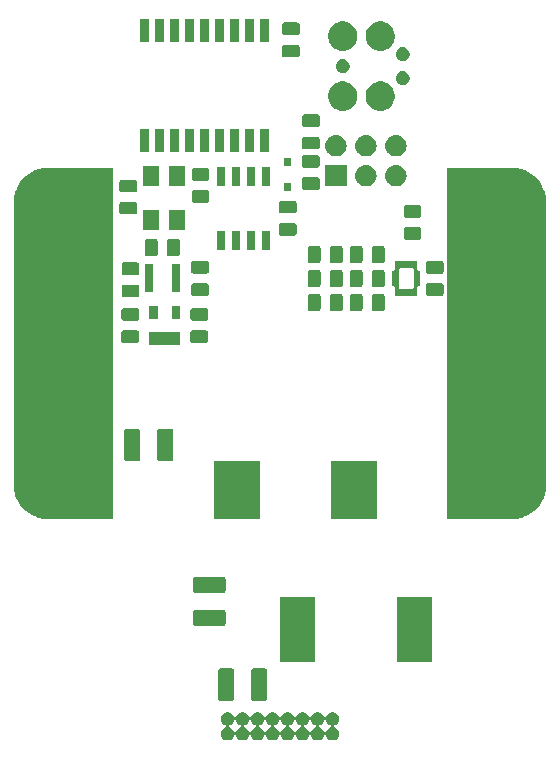
<source format=gbr>
G04 #@! TF.GenerationSoftware,KiCad,Pcbnew,(5.1.4)-1*
G04 #@! TF.CreationDate,2020-08-10T08:42:24-07:00*
G04 #@! TF.ProjectId,SkateLightMainBoard,536b6174-654c-4696-9768-744d61696e42,rev?*
G04 #@! TF.SameCoordinates,Original*
G04 #@! TF.FileFunction,Soldermask,Bot*
G04 #@! TF.FilePolarity,Negative*
%FSLAX46Y46*%
G04 Gerber Fmt 4.6, Leading zero omitted, Abs format (unit mm)*
G04 Created by KiCad (PCBNEW (5.1.4)-1) date 2020-08-10 08:42:24*
%MOMM*%
%LPD*%
G04 APERTURE LIST*
%ADD10C,0.100000*%
G04 APERTURE END LIST*
D10*
G36*
X-4281949Y-33075480D02*
G01*
X-4231080Y-33096551D01*
X-4180214Y-33117620D01*
X-4088658Y-33178796D01*
X-4010796Y-33256658D01*
X-3949620Y-33348214D01*
X-3925484Y-33406485D01*
X-3913932Y-33428095D01*
X-3898387Y-33447037D01*
X-3879445Y-33462582D01*
X-3857834Y-33474133D01*
X-3834385Y-33481246D01*
X-3809999Y-33483648D01*
X-3785613Y-33481246D01*
X-3762164Y-33474133D01*
X-3740554Y-33462581D01*
X-3721612Y-33447036D01*
X-3706067Y-33428094D01*
X-3694516Y-33406485D01*
X-3670380Y-33348214D01*
X-3609204Y-33256658D01*
X-3531342Y-33178796D01*
X-3439786Y-33117620D01*
X-3388920Y-33096551D01*
X-3338051Y-33075480D01*
X-3230059Y-33054000D01*
X-3119941Y-33054000D01*
X-3011949Y-33075480D01*
X-2961080Y-33096551D01*
X-2910214Y-33117620D01*
X-2818658Y-33178796D01*
X-2740796Y-33256658D01*
X-2679620Y-33348214D01*
X-2655484Y-33406485D01*
X-2643932Y-33428095D01*
X-2628387Y-33447037D01*
X-2609445Y-33462582D01*
X-2587834Y-33474133D01*
X-2564385Y-33481246D01*
X-2539999Y-33483648D01*
X-2515613Y-33481246D01*
X-2492164Y-33474133D01*
X-2470554Y-33462581D01*
X-2451612Y-33447036D01*
X-2436067Y-33428094D01*
X-2424516Y-33406485D01*
X-2400380Y-33348214D01*
X-2339204Y-33256658D01*
X-2261342Y-33178796D01*
X-2169786Y-33117620D01*
X-2118920Y-33096551D01*
X-2068051Y-33075480D01*
X-1960059Y-33054000D01*
X-1849941Y-33054000D01*
X-1741949Y-33075480D01*
X-1691080Y-33096551D01*
X-1640214Y-33117620D01*
X-1548658Y-33178796D01*
X-1470796Y-33256658D01*
X-1409620Y-33348214D01*
X-1385484Y-33406485D01*
X-1373932Y-33428095D01*
X-1358387Y-33447037D01*
X-1339445Y-33462582D01*
X-1317834Y-33474133D01*
X-1294385Y-33481246D01*
X-1269999Y-33483648D01*
X-1245613Y-33481246D01*
X-1222164Y-33474133D01*
X-1200554Y-33462581D01*
X-1181612Y-33447036D01*
X-1166067Y-33428094D01*
X-1154516Y-33406485D01*
X-1130380Y-33348214D01*
X-1069204Y-33256658D01*
X-991342Y-33178796D01*
X-899786Y-33117620D01*
X-848920Y-33096551D01*
X-798051Y-33075480D01*
X-690059Y-33054000D01*
X-579941Y-33054000D01*
X-471949Y-33075480D01*
X-421080Y-33096551D01*
X-370214Y-33117620D01*
X-278658Y-33178796D01*
X-200796Y-33256658D01*
X-139620Y-33348214D01*
X-115484Y-33406485D01*
X-103932Y-33428095D01*
X-88387Y-33447037D01*
X-69445Y-33462582D01*
X-47834Y-33474133D01*
X-24385Y-33481246D01*
X1Y-33483648D01*
X24387Y-33481246D01*
X47836Y-33474133D01*
X69446Y-33462581D01*
X88388Y-33447036D01*
X103933Y-33428094D01*
X115484Y-33406485D01*
X139620Y-33348214D01*
X200796Y-33256658D01*
X278658Y-33178796D01*
X370214Y-33117620D01*
X421080Y-33096551D01*
X471949Y-33075480D01*
X579941Y-33054000D01*
X690059Y-33054000D01*
X798051Y-33075480D01*
X848920Y-33096551D01*
X899786Y-33117620D01*
X991342Y-33178796D01*
X1069204Y-33256658D01*
X1130380Y-33348214D01*
X1154516Y-33406485D01*
X1166068Y-33428095D01*
X1181613Y-33447037D01*
X1200555Y-33462582D01*
X1222166Y-33474133D01*
X1245615Y-33481246D01*
X1270001Y-33483648D01*
X1294387Y-33481246D01*
X1317836Y-33474133D01*
X1339446Y-33462581D01*
X1358388Y-33447036D01*
X1373933Y-33428094D01*
X1385484Y-33406485D01*
X1409620Y-33348214D01*
X1470796Y-33256658D01*
X1548658Y-33178796D01*
X1640214Y-33117620D01*
X1691080Y-33096551D01*
X1741949Y-33075480D01*
X1849941Y-33054000D01*
X1960059Y-33054000D01*
X2068051Y-33075480D01*
X2118920Y-33096551D01*
X2169786Y-33117620D01*
X2261342Y-33178796D01*
X2339204Y-33256658D01*
X2400380Y-33348214D01*
X2424516Y-33406485D01*
X2436068Y-33428095D01*
X2451613Y-33447037D01*
X2470555Y-33462582D01*
X2492166Y-33474133D01*
X2515615Y-33481246D01*
X2540001Y-33483648D01*
X2564387Y-33481246D01*
X2587836Y-33474133D01*
X2609446Y-33462581D01*
X2628388Y-33447036D01*
X2643933Y-33428094D01*
X2655484Y-33406485D01*
X2679620Y-33348214D01*
X2740796Y-33256658D01*
X2818658Y-33178796D01*
X2910214Y-33117620D01*
X2961080Y-33096551D01*
X3011949Y-33075480D01*
X3119941Y-33054000D01*
X3230059Y-33054000D01*
X3338051Y-33075480D01*
X3388920Y-33096551D01*
X3439786Y-33117620D01*
X3531342Y-33178796D01*
X3609204Y-33256658D01*
X3670380Y-33348214D01*
X3694516Y-33406485D01*
X3706068Y-33428095D01*
X3721613Y-33447037D01*
X3740555Y-33462582D01*
X3762166Y-33474133D01*
X3785615Y-33481246D01*
X3810001Y-33483648D01*
X3834387Y-33481246D01*
X3857836Y-33474133D01*
X3879446Y-33462581D01*
X3898388Y-33447036D01*
X3913933Y-33428094D01*
X3925484Y-33406485D01*
X3949620Y-33348214D01*
X4010796Y-33256658D01*
X4088658Y-33178796D01*
X4180214Y-33117620D01*
X4231080Y-33096551D01*
X4281949Y-33075480D01*
X4389941Y-33054000D01*
X4500059Y-33054000D01*
X4608051Y-33075480D01*
X4658920Y-33096551D01*
X4709786Y-33117620D01*
X4801342Y-33178796D01*
X4879204Y-33256658D01*
X4940380Y-33348214D01*
X4961449Y-33399080D01*
X4982520Y-33449949D01*
X5004000Y-33557941D01*
X5004000Y-33668059D01*
X4982520Y-33776051D01*
X4973467Y-33797906D01*
X4940380Y-33877786D01*
X4879204Y-33969342D01*
X4801342Y-34047204D01*
X4709786Y-34108380D01*
X4651515Y-34132516D01*
X4629905Y-34144068D01*
X4610963Y-34159613D01*
X4595418Y-34178555D01*
X4583867Y-34200166D01*
X4576754Y-34223615D01*
X4574352Y-34248001D01*
X4576754Y-34272387D01*
X4583867Y-34295836D01*
X4595419Y-34317446D01*
X4610964Y-34336388D01*
X4629906Y-34351933D01*
X4651513Y-34363483D01*
X4709786Y-34387620D01*
X4801342Y-34448796D01*
X4879204Y-34526658D01*
X4940380Y-34618214D01*
X4961449Y-34669080D01*
X4982520Y-34719949D01*
X5004000Y-34827941D01*
X5004000Y-34938059D01*
X4982520Y-35046051D01*
X4973467Y-35067906D01*
X4940380Y-35147786D01*
X4879204Y-35239342D01*
X4801342Y-35317204D01*
X4709786Y-35378380D01*
X4658920Y-35399449D01*
X4608051Y-35420520D01*
X4500059Y-35442000D01*
X4389941Y-35442000D01*
X4281949Y-35420520D01*
X4231080Y-35399449D01*
X4180214Y-35378380D01*
X4088658Y-35317204D01*
X4010796Y-35239342D01*
X3949620Y-35147786D01*
X3925483Y-35089513D01*
X3913932Y-35067905D01*
X3898387Y-35048963D01*
X3879445Y-35033418D01*
X3857834Y-35021867D01*
X3834385Y-35014754D01*
X3809999Y-35012352D01*
X3785613Y-35014754D01*
X3762164Y-35021867D01*
X3740554Y-35033419D01*
X3721612Y-35048964D01*
X3706067Y-35067906D01*
X3694517Y-35089513D01*
X3670380Y-35147786D01*
X3609204Y-35239342D01*
X3531342Y-35317204D01*
X3439786Y-35378380D01*
X3388920Y-35399449D01*
X3338051Y-35420520D01*
X3230059Y-35442000D01*
X3119941Y-35442000D01*
X3011949Y-35420520D01*
X2961080Y-35399449D01*
X2910214Y-35378380D01*
X2818658Y-35317204D01*
X2740796Y-35239342D01*
X2679620Y-35147786D01*
X2655483Y-35089513D01*
X2643932Y-35067905D01*
X2628387Y-35048963D01*
X2609445Y-35033418D01*
X2587834Y-35021867D01*
X2564385Y-35014754D01*
X2539999Y-35012352D01*
X2515613Y-35014754D01*
X2492164Y-35021867D01*
X2470554Y-35033419D01*
X2451612Y-35048964D01*
X2436067Y-35067906D01*
X2424517Y-35089513D01*
X2400380Y-35147786D01*
X2339204Y-35239342D01*
X2261342Y-35317204D01*
X2169786Y-35378380D01*
X2118920Y-35399449D01*
X2068051Y-35420520D01*
X1960059Y-35442000D01*
X1849941Y-35442000D01*
X1741949Y-35420520D01*
X1691080Y-35399449D01*
X1640214Y-35378380D01*
X1548658Y-35317204D01*
X1470796Y-35239342D01*
X1409620Y-35147786D01*
X1385483Y-35089513D01*
X1373932Y-35067905D01*
X1358387Y-35048963D01*
X1339445Y-35033418D01*
X1317834Y-35021867D01*
X1294385Y-35014754D01*
X1269999Y-35012352D01*
X1245613Y-35014754D01*
X1222164Y-35021867D01*
X1200554Y-35033419D01*
X1181612Y-35048964D01*
X1166067Y-35067906D01*
X1154517Y-35089513D01*
X1130380Y-35147786D01*
X1069204Y-35239342D01*
X991342Y-35317204D01*
X899786Y-35378380D01*
X848920Y-35399449D01*
X798051Y-35420520D01*
X690059Y-35442000D01*
X579941Y-35442000D01*
X471949Y-35420520D01*
X421080Y-35399449D01*
X370214Y-35378380D01*
X278658Y-35317204D01*
X200796Y-35239342D01*
X139620Y-35147786D01*
X115483Y-35089513D01*
X103932Y-35067905D01*
X88387Y-35048963D01*
X69445Y-35033418D01*
X47834Y-35021867D01*
X24385Y-35014754D01*
X-1Y-35012352D01*
X-24387Y-35014754D01*
X-47836Y-35021867D01*
X-69446Y-35033419D01*
X-88388Y-35048964D01*
X-103933Y-35067906D01*
X-115483Y-35089513D01*
X-139620Y-35147786D01*
X-200796Y-35239342D01*
X-278658Y-35317204D01*
X-370214Y-35378380D01*
X-421080Y-35399449D01*
X-471949Y-35420520D01*
X-579941Y-35442000D01*
X-690059Y-35442000D01*
X-798051Y-35420520D01*
X-848920Y-35399449D01*
X-899786Y-35378380D01*
X-991342Y-35317204D01*
X-1069204Y-35239342D01*
X-1130380Y-35147786D01*
X-1154517Y-35089513D01*
X-1166068Y-35067905D01*
X-1181613Y-35048963D01*
X-1200555Y-35033418D01*
X-1222166Y-35021867D01*
X-1245615Y-35014754D01*
X-1270001Y-35012352D01*
X-1294387Y-35014754D01*
X-1317836Y-35021867D01*
X-1339446Y-35033419D01*
X-1358388Y-35048964D01*
X-1373933Y-35067906D01*
X-1385483Y-35089513D01*
X-1409620Y-35147786D01*
X-1470796Y-35239342D01*
X-1548658Y-35317204D01*
X-1640214Y-35378380D01*
X-1691080Y-35399449D01*
X-1741949Y-35420520D01*
X-1849941Y-35442000D01*
X-1960059Y-35442000D01*
X-2068051Y-35420520D01*
X-2118920Y-35399449D01*
X-2169786Y-35378380D01*
X-2261342Y-35317204D01*
X-2339204Y-35239342D01*
X-2400380Y-35147786D01*
X-2424517Y-35089513D01*
X-2436068Y-35067905D01*
X-2451613Y-35048963D01*
X-2470555Y-35033418D01*
X-2492166Y-35021867D01*
X-2515615Y-35014754D01*
X-2540001Y-35012352D01*
X-2564387Y-35014754D01*
X-2587836Y-35021867D01*
X-2609446Y-35033419D01*
X-2628388Y-35048964D01*
X-2643933Y-35067906D01*
X-2655483Y-35089513D01*
X-2679620Y-35147786D01*
X-2740796Y-35239342D01*
X-2818658Y-35317204D01*
X-2910214Y-35378380D01*
X-2961080Y-35399449D01*
X-3011949Y-35420520D01*
X-3119941Y-35442000D01*
X-3230059Y-35442000D01*
X-3338051Y-35420520D01*
X-3388920Y-35399449D01*
X-3439786Y-35378380D01*
X-3531342Y-35317204D01*
X-3609204Y-35239342D01*
X-3670380Y-35147786D01*
X-3694517Y-35089513D01*
X-3706068Y-35067905D01*
X-3721613Y-35048963D01*
X-3740555Y-35033418D01*
X-3762166Y-35021867D01*
X-3785615Y-35014754D01*
X-3810001Y-35012352D01*
X-3834387Y-35014754D01*
X-3857836Y-35021867D01*
X-3879446Y-35033419D01*
X-3898388Y-35048964D01*
X-3913933Y-35067906D01*
X-3925483Y-35089513D01*
X-3949620Y-35147786D01*
X-4010796Y-35239342D01*
X-4088658Y-35317204D01*
X-4180214Y-35378380D01*
X-4231080Y-35399449D01*
X-4281949Y-35420520D01*
X-4389941Y-35442000D01*
X-4500059Y-35442000D01*
X-4608051Y-35420520D01*
X-4658920Y-35399449D01*
X-4709786Y-35378380D01*
X-4801342Y-35317204D01*
X-4879204Y-35239342D01*
X-4940380Y-35147786D01*
X-4973467Y-35067906D01*
X-4982520Y-35046051D01*
X-5004000Y-34938059D01*
X-5004000Y-34827941D01*
X-4982520Y-34719949D01*
X-4961449Y-34669080D01*
X-4940380Y-34618214D01*
X-4879204Y-34526658D01*
X-4801342Y-34448796D01*
X-4709786Y-34387620D01*
X-4651513Y-34363483D01*
X-4629905Y-34351932D01*
X-4610963Y-34336387D01*
X-4595418Y-34317445D01*
X-4583867Y-34295834D01*
X-4576754Y-34272385D01*
X-4574353Y-34248001D01*
X-4315648Y-34248001D01*
X-4313246Y-34272387D01*
X-4306133Y-34295836D01*
X-4294581Y-34317446D01*
X-4279036Y-34336388D01*
X-4260094Y-34351933D01*
X-4238487Y-34363483D01*
X-4180214Y-34387620D01*
X-4088658Y-34448796D01*
X-4010796Y-34526658D01*
X-3949620Y-34618214D01*
X-3925484Y-34676485D01*
X-3913932Y-34698095D01*
X-3898387Y-34717037D01*
X-3879445Y-34732582D01*
X-3857834Y-34744133D01*
X-3834385Y-34751246D01*
X-3809999Y-34753648D01*
X-3785613Y-34751246D01*
X-3762164Y-34744133D01*
X-3740554Y-34732581D01*
X-3721612Y-34717036D01*
X-3706067Y-34698094D01*
X-3694516Y-34676485D01*
X-3670380Y-34618214D01*
X-3609204Y-34526658D01*
X-3531342Y-34448796D01*
X-3439786Y-34387620D01*
X-3381513Y-34363483D01*
X-3359905Y-34351932D01*
X-3340963Y-34336387D01*
X-3325418Y-34317445D01*
X-3313867Y-34295834D01*
X-3306754Y-34272385D01*
X-3304353Y-34248001D01*
X-3045648Y-34248001D01*
X-3043246Y-34272387D01*
X-3036133Y-34295836D01*
X-3024581Y-34317446D01*
X-3009036Y-34336388D01*
X-2990094Y-34351933D01*
X-2968487Y-34363483D01*
X-2910214Y-34387620D01*
X-2818658Y-34448796D01*
X-2740796Y-34526658D01*
X-2679620Y-34618214D01*
X-2655484Y-34676485D01*
X-2643932Y-34698095D01*
X-2628387Y-34717037D01*
X-2609445Y-34732582D01*
X-2587834Y-34744133D01*
X-2564385Y-34751246D01*
X-2539999Y-34753648D01*
X-2515613Y-34751246D01*
X-2492164Y-34744133D01*
X-2470554Y-34732581D01*
X-2451612Y-34717036D01*
X-2436067Y-34698094D01*
X-2424516Y-34676485D01*
X-2400380Y-34618214D01*
X-2339204Y-34526658D01*
X-2261342Y-34448796D01*
X-2169786Y-34387620D01*
X-2111513Y-34363483D01*
X-2089905Y-34351932D01*
X-2070963Y-34336387D01*
X-2055418Y-34317445D01*
X-2043867Y-34295834D01*
X-2036754Y-34272385D01*
X-2034353Y-34248001D01*
X-1775648Y-34248001D01*
X-1773246Y-34272387D01*
X-1766133Y-34295836D01*
X-1754581Y-34317446D01*
X-1739036Y-34336388D01*
X-1720094Y-34351933D01*
X-1698487Y-34363483D01*
X-1640214Y-34387620D01*
X-1548658Y-34448796D01*
X-1470796Y-34526658D01*
X-1409620Y-34618214D01*
X-1385484Y-34676485D01*
X-1373932Y-34698095D01*
X-1358387Y-34717037D01*
X-1339445Y-34732582D01*
X-1317834Y-34744133D01*
X-1294385Y-34751246D01*
X-1269999Y-34753648D01*
X-1245613Y-34751246D01*
X-1222164Y-34744133D01*
X-1200554Y-34732581D01*
X-1181612Y-34717036D01*
X-1166067Y-34698094D01*
X-1154516Y-34676485D01*
X-1130380Y-34618214D01*
X-1069204Y-34526658D01*
X-991342Y-34448796D01*
X-899786Y-34387620D01*
X-841513Y-34363483D01*
X-819905Y-34351932D01*
X-800963Y-34336387D01*
X-785418Y-34317445D01*
X-773867Y-34295834D01*
X-766754Y-34272385D01*
X-764353Y-34248001D01*
X-505648Y-34248001D01*
X-503246Y-34272387D01*
X-496133Y-34295836D01*
X-484581Y-34317446D01*
X-469036Y-34336388D01*
X-450094Y-34351933D01*
X-428487Y-34363483D01*
X-370214Y-34387620D01*
X-278658Y-34448796D01*
X-200796Y-34526658D01*
X-139620Y-34618214D01*
X-115484Y-34676485D01*
X-103932Y-34698095D01*
X-88387Y-34717037D01*
X-69445Y-34732582D01*
X-47834Y-34744133D01*
X-24385Y-34751246D01*
X1Y-34753648D01*
X24387Y-34751246D01*
X47836Y-34744133D01*
X69446Y-34732581D01*
X88388Y-34717036D01*
X103933Y-34698094D01*
X115484Y-34676485D01*
X139620Y-34618214D01*
X200796Y-34526658D01*
X278658Y-34448796D01*
X370214Y-34387620D01*
X428487Y-34363483D01*
X450095Y-34351932D01*
X469037Y-34336387D01*
X484582Y-34317445D01*
X496133Y-34295834D01*
X503246Y-34272385D01*
X505647Y-34248001D01*
X764352Y-34248001D01*
X766754Y-34272387D01*
X773867Y-34295836D01*
X785419Y-34317446D01*
X800964Y-34336388D01*
X819906Y-34351933D01*
X841513Y-34363483D01*
X899786Y-34387620D01*
X991342Y-34448796D01*
X1069204Y-34526658D01*
X1130380Y-34618214D01*
X1154516Y-34676485D01*
X1166068Y-34698095D01*
X1181613Y-34717037D01*
X1200555Y-34732582D01*
X1222166Y-34744133D01*
X1245615Y-34751246D01*
X1270001Y-34753648D01*
X1294387Y-34751246D01*
X1317836Y-34744133D01*
X1339446Y-34732581D01*
X1358388Y-34717036D01*
X1373933Y-34698094D01*
X1385484Y-34676485D01*
X1409620Y-34618214D01*
X1470796Y-34526658D01*
X1548658Y-34448796D01*
X1640214Y-34387620D01*
X1698487Y-34363483D01*
X1720095Y-34351932D01*
X1739037Y-34336387D01*
X1754582Y-34317445D01*
X1766133Y-34295834D01*
X1773246Y-34272385D01*
X1775647Y-34248001D01*
X2034352Y-34248001D01*
X2036754Y-34272387D01*
X2043867Y-34295836D01*
X2055419Y-34317446D01*
X2070964Y-34336388D01*
X2089906Y-34351933D01*
X2111513Y-34363483D01*
X2169786Y-34387620D01*
X2261342Y-34448796D01*
X2339204Y-34526658D01*
X2400380Y-34618214D01*
X2424516Y-34676485D01*
X2436068Y-34698095D01*
X2451613Y-34717037D01*
X2470555Y-34732582D01*
X2492166Y-34744133D01*
X2515615Y-34751246D01*
X2540001Y-34753648D01*
X2564387Y-34751246D01*
X2587836Y-34744133D01*
X2609446Y-34732581D01*
X2628388Y-34717036D01*
X2643933Y-34698094D01*
X2655484Y-34676485D01*
X2679620Y-34618214D01*
X2740796Y-34526658D01*
X2818658Y-34448796D01*
X2910214Y-34387620D01*
X2968487Y-34363483D01*
X2990095Y-34351932D01*
X3009037Y-34336387D01*
X3024582Y-34317445D01*
X3036133Y-34295834D01*
X3043246Y-34272385D01*
X3045647Y-34248001D01*
X3304352Y-34248001D01*
X3306754Y-34272387D01*
X3313867Y-34295836D01*
X3325419Y-34317446D01*
X3340964Y-34336388D01*
X3359906Y-34351933D01*
X3381513Y-34363483D01*
X3439786Y-34387620D01*
X3531342Y-34448796D01*
X3609204Y-34526658D01*
X3670380Y-34618214D01*
X3694516Y-34676485D01*
X3706068Y-34698095D01*
X3721613Y-34717037D01*
X3740555Y-34732582D01*
X3762166Y-34744133D01*
X3785615Y-34751246D01*
X3810001Y-34753648D01*
X3834387Y-34751246D01*
X3857836Y-34744133D01*
X3879446Y-34732581D01*
X3898388Y-34717036D01*
X3913933Y-34698094D01*
X3925484Y-34676485D01*
X3949620Y-34618214D01*
X4010796Y-34526658D01*
X4088658Y-34448796D01*
X4180214Y-34387620D01*
X4238487Y-34363483D01*
X4260095Y-34351932D01*
X4279037Y-34336387D01*
X4294582Y-34317445D01*
X4306133Y-34295834D01*
X4313246Y-34272385D01*
X4315648Y-34247999D01*
X4313246Y-34223613D01*
X4306133Y-34200164D01*
X4294581Y-34178554D01*
X4279036Y-34159612D01*
X4260094Y-34144067D01*
X4238485Y-34132516D01*
X4180214Y-34108380D01*
X4088658Y-34047204D01*
X4010796Y-33969342D01*
X3949620Y-33877786D01*
X3925483Y-33819513D01*
X3913932Y-33797905D01*
X3898387Y-33778963D01*
X3879445Y-33763418D01*
X3857834Y-33751867D01*
X3834385Y-33744754D01*
X3809999Y-33742352D01*
X3785613Y-33744754D01*
X3762164Y-33751867D01*
X3740554Y-33763419D01*
X3721612Y-33778964D01*
X3706067Y-33797906D01*
X3694517Y-33819513D01*
X3670380Y-33877786D01*
X3609204Y-33969342D01*
X3531342Y-34047204D01*
X3439786Y-34108380D01*
X3381515Y-34132516D01*
X3359905Y-34144068D01*
X3340963Y-34159613D01*
X3325418Y-34178555D01*
X3313867Y-34200166D01*
X3306754Y-34223615D01*
X3304352Y-34248001D01*
X3045647Y-34248001D01*
X3045648Y-34247999D01*
X3043246Y-34223613D01*
X3036133Y-34200164D01*
X3024581Y-34178554D01*
X3009036Y-34159612D01*
X2990094Y-34144067D01*
X2968485Y-34132516D01*
X2910214Y-34108380D01*
X2818658Y-34047204D01*
X2740796Y-33969342D01*
X2679620Y-33877786D01*
X2655483Y-33819513D01*
X2643932Y-33797905D01*
X2628387Y-33778963D01*
X2609445Y-33763418D01*
X2587834Y-33751867D01*
X2564385Y-33744754D01*
X2539999Y-33742352D01*
X2515613Y-33744754D01*
X2492164Y-33751867D01*
X2470554Y-33763419D01*
X2451612Y-33778964D01*
X2436067Y-33797906D01*
X2424517Y-33819513D01*
X2400380Y-33877786D01*
X2339204Y-33969342D01*
X2261342Y-34047204D01*
X2169786Y-34108380D01*
X2111515Y-34132516D01*
X2089905Y-34144068D01*
X2070963Y-34159613D01*
X2055418Y-34178555D01*
X2043867Y-34200166D01*
X2036754Y-34223615D01*
X2034352Y-34248001D01*
X1775647Y-34248001D01*
X1775648Y-34247999D01*
X1773246Y-34223613D01*
X1766133Y-34200164D01*
X1754581Y-34178554D01*
X1739036Y-34159612D01*
X1720094Y-34144067D01*
X1698485Y-34132516D01*
X1640214Y-34108380D01*
X1548658Y-34047204D01*
X1470796Y-33969342D01*
X1409620Y-33877786D01*
X1385483Y-33819513D01*
X1373932Y-33797905D01*
X1358387Y-33778963D01*
X1339445Y-33763418D01*
X1317834Y-33751867D01*
X1294385Y-33744754D01*
X1269999Y-33742352D01*
X1245613Y-33744754D01*
X1222164Y-33751867D01*
X1200554Y-33763419D01*
X1181612Y-33778964D01*
X1166067Y-33797906D01*
X1154517Y-33819513D01*
X1130380Y-33877786D01*
X1069204Y-33969342D01*
X991342Y-34047204D01*
X899786Y-34108380D01*
X841515Y-34132516D01*
X819905Y-34144068D01*
X800963Y-34159613D01*
X785418Y-34178555D01*
X773867Y-34200166D01*
X766754Y-34223615D01*
X764352Y-34248001D01*
X505647Y-34248001D01*
X505648Y-34247999D01*
X503246Y-34223613D01*
X496133Y-34200164D01*
X484581Y-34178554D01*
X469036Y-34159612D01*
X450094Y-34144067D01*
X428485Y-34132516D01*
X370214Y-34108380D01*
X278658Y-34047204D01*
X200796Y-33969342D01*
X139620Y-33877786D01*
X115483Y-33819513D01*
X103932Y-33797905D01*
X88387Y-33778963D01*
X69445Y-33763418D01*
X47834Y-33751867D01*
X24385Y-33744754D01*
X-1Y-33742352D01*
X-24387Y-33744754D01*
X-47836Y-33751867D01*
X-69446Y-33763419D01*
X-88388Y-33778964D01*
X-103933Y-33797906D01*
X-115483Y-33819513D01*
X-139620Y-33877786D01*
X-200796Y-33969342D01*
X-278658Y-34047204D01*
X-370214Y-34108380D01*
X-428485Y-34132516D01*
X-450095Y-34144068D01*
X-469037Y-34159613D01*
X-484582Y-34178555D01*
X-496133Y-34200166D01*
X-503246Y-34223615D01*
X-505648Y-34248001D01*
X-764353Y-34248001D01*
X-764352Y-34247999D01*
X-766754Y-34223613D01*
X-773867Y-34200164D01*
X-785419Y-34178554D01*
X-800964Y-34159612D01*
X-819906Y-34144067D01*
X-841515Y-34132516D01*
X-899786Y-34108380D01*
X-991342Y-34047204D01*
X-1069204Y-33969342D01*
X-1130380Y-33877786D01*
X-1154517Y-33819513D01*
X-1166068Y-33797905D01*
X-1181613Y-33778963D01*
X-1200555Y-33763418D01*
X-1222166Y-33751867D01*
X-1245615Y-33744754D01*
X-1270001Y-33742352D01*
X-1294387Y-33744754D01*
X-1317836Y-33751867D01*
X-1339446Y-33763419D01*
X-1358388Y-33778964D01*
X-1373933Y-33797906D01*
X-1385483Y-33819513D01*
X-1409620Y-33877786D01*
X-1470796Y-33969342D01*
X-1548658Y-34047204D01*
X-1640214Y-34108380D01*
X-1698485Y-34132516D01*
X-1720095Y-34144068D01*
X-1739037Y-34159613D01*
X-1754582Y-34178555D01*
X-1766133Y-34200166D01*
X-1773246Y-34223615D01*
X-1775648Y-34248001D01*
X-2034353Y-34248001D01*
X-2034352Y-34247999D01*
X-2036754Y-34223613D01*
X-2043867Y-34200164D01*
X-2055419Y-34178554D01*
X-2070964Y-34159612D01*
X-2089906Y-34144067D01*
X-2111515Y-34132516D01*
X-2169786Y-34108380D01*
X-2261342Y-34047204D01*
X-2339204Y-33969342D01*
X-2400380Y-33877786D01*
X-2424517Y-33819513D01*
X-2436068Y-33797905D01*
X-2451613Y-33778963D01*
X-2470555Y-33763418D01*
X-2492166Y-33751867D01*
X-2515615Y-33744754D01*
X-2540001Y-33742352D01*
X-2564387Y-33744754D01*
X-2587836Y-33751867D01*
X-2609446Y-33763419D01*
X-2628388Y-33778964D01*
X-2643933Y-33797906D01*
X-2655483Y-33819513D01*
X-2679620Y-33877786D01*
X-2740796Y-33969342D01*
X-2818658Y-34047204D01*
X-2910214Y-34108380D01*
X-2968485Y-34132516D01*
X-2990095Y-34144068D01*
X-3009037Y-34159613D01*
X-3024582Y-34178555D01*
X-3036133Y-34200166D01*
X-3043246Y-34223615D01*
X-3045648Y-34248001D01*
X-3304353Y-34248001D01*
X-3304352Y-34247999D01*
X-3306754Y-34223613D01*
X-3313867Y-34200164D01*
X-3325419Y-34178554D01*
X-3340964Y-34159612D01*
X-3359906Y-34144067D01*
X-3381515Y-34132516D01*
X-3439786Y-34108380D01*
X-3531342Y-34047204D01*
X-3609204Y-33969342D01*
X-3670380Y-33877786D01*
X-3694517Y-33819513D01*
X-3706068Y-33797905D01*
X-3721613Y-33778963D01*
X-3740555Y-33763418D01*
X-3762166Y-33751867D01*
X-3785615Y-33744754D01*
X-3810001Y-33742352D01*
X-3834387Y-33744754D01*
X-3857836Y-33751867D01*
X-3879446Y-33763419D01*
X-3898388Y-33778964D01*
X-3913933Y-33797906D01*
X-3925483Y-33819513D01*
X-3949620Y-33877786D01*
X-4010796Y-33969342D01*
X-4088658Y-34047204D01*
X-4180214Y-34108380D01*
X-4238485Y-34132516D01*
X-4260095Y-34144068D01*
X-4279037Y-34159613D01*
X-4294582Y-34178555D01*
X-4306133Y-34200166D01*
X-4313246Y-34223615D01*
X-4315648Y-34248001D01*
X-4574353Y-34248001D01*
X-4574352Y-34247999D01*
X-4576754Y-34223613D01*
X-4583867Y-34200164D01*
X-4595419Y-34178554D01*
X-4610964Y-34159612D01*
X-4629906Y-34144067D01*
X-4651515Y-34132516D01*
X-4709786Y-34108380D01*
X-4801342Y-34047204D01*
X-4879204Y-33969342D01*
X-4940380Y-33877786D01*
X-4973467Y-33797906D01*
X-4982520Y-33776051D01*
X-5004000Y-33668059D01*
X-5004000Y-33557941D01*
X-4982520Y-33449949D01*
X-4961449Y-33399080D01*
X-4940380Y-33348214D01*
X-4879204Y-33256658D01*
X-4801342Y-33178796D01*
X-4709786Y-33117620D01*
X-4658920Y-33096551D01*
X-4608051Y-33075480D01*
X-4500059Y-33054000D01*
X-4389941Y-33054000D01*
X-4281949Y-33075480D01*
X-4281949Y-33075480D01*
G37*
G36*
X-1238616Y-29349647D02*
G01*
X-1202076Y-29360732D01*
X-1168399Y-29378733D01*
X-1138879Y-29402959D01*
X-1114653Y-29432479D01*
X-1096652Y-29466156D01*
X-1085567Y-29502696D01*
X-1081220Y-29546838D01*
X-1081220Y-31895762D01*
X-1085567Y-31939904D01*
X-1096652Y-31976444D01*
X-1114653Y-32010121D01*
X-1138879Y-32039641D01*
X-1168399Y-32063867D01*
X-1202076Y-32081868D01*
X-1238616Y-32092953D01*
X-1282758Y-32097300D01*
X-2231682Y-32097300D01*
X-2275824Y-32092953D01*
X-2312364Y-32081868D01*
X-2346041Y-32063867D01*
X-2375561Y-32039641D01*
X-2399787Y-32010121D01*
X-2417788Y-31976444D01*
X-2428873Y-31939904D01*
X-2433220Y-31895762D01*
X-2433220Y-29546838D01*
X-2428873Y-29502696D01*
X-2417788Y-29466156D01*
X-2399787Y-29432479D01*
X-2375561Y-29402959D01*
X-2346041Y-29378733D01*
X-2312364Y-29360732D01*
X-2275824Y-29349647D01*
X-2231682Y-29345300D01*
X-1282758Y-29345300D01*
X-1238616Y-29349647D01*
X-1238616Y-29349647D01*
G37*
G36*
X-4038616Y-29349647D02*
G01*
X-4002076Y-29360732D01*
X-3968399Y-29378733D01*
X-3938879Y-29402959D01*
X-3914653Y-29432479D01*
X-3896652Y-29466156D01*
X-3885567Y-29502696D01*
X-3881220Y-29546838D01*
X-3881220Y-31895762D01*
X-3885567Y-31939904D01*
X-3896652Y-31976444D01*
X-3914653Y-32010121D01*
X-3938879Y-32039641D01*
X-3968399Y-32063867D01*
X-4002076Y-32081868D01*
X-4038616Y-32092953D01*
X-4082758Y-32097300D01*
X-5031682Y-32097300D01*
X-5075824Y-32092953D01*
X-5112364Y-32081868D01*
X-5146041Y-32063867D01*
X-5175561Y-32039641D01*
X-5199787Y-32010121D01*
X-5217788Y-31976444D01*
X-5228873Y-31939904D01*
X-5233220Y-31895762D01*
X-5233220Y-29546838D01*
X-5228873Y-29502696D01*
X-5217788Y-29466156D01*
X-5199787Y-29432479D01*
X-5175561Y-29402959D01*
X-5146041Y-29378733D01*
X-5112364Y-29360732D01*
X-5075824Y-29349647D01*
X-5031682Y-29345300D01*
X-4082758Y-29345300D01*
X-4038616Y-29349647D01*
X-4038616Y-29349647D01*
G37*
G36*
X12902600Y-28786000D02*
G01*
X9900600Y-28786000D01*
X9900600Y-23284000D01*
X12902600Y-23284000D01*
X12902600Y-28786000D01*
X12902600Y-28786000D01*
G37*
G36*
X3002600Y-28786000D02*
G01*
X600Y-28786000D01*
X600Y-23284000D01*
X3002600Y-23284000D01*
X3002600Y-28786000D01*
X3002600Y-28786000D01*
G37*
G36*
X-4761396Y-24398347D02*
G01*
X-4724856Y-24409432D01*
X-4691179Y-24427433D01*
X-4661659Y-24451659D01*
X-4637433Y-24481179D01*
X-4619432Y-24514856D01*
X-4608347Y-24551396D01*
X-4604000Y-24595538D01*
X-4604000Y-25544462D01*
X-4608347Y-25588604D01*
X-4619432Y-25625144D01*
X-4637433Y-25658821D01*
X-4661659Y-25688341D01*
X-4691179Y-25712567D01*
X-4724856Y-25730568D01*
X-4761396Y-25741653D01*
X-4805538Y-25746000D01*
X-7154462Y-25746000D01*
X-7198604Y-25741653D01*
X-7235144Y-25730568D01*
X-7268821Y-25712567D01*
X-7298341Y-25688341D01*
X-7322567Y-25658821D01*
X-7340568Y-25625144D01*
X-7351653Y-25588604D01*
X-7356000Y-25544462D01*
X-7356000Y-24595538D01*
X-7351653Y-24551396D01*
X-7340568Y-24514856D01*
X-7322567Y-24481179D01*
X-7298341Y-24451659D01*
X-7268821Y-24427433D01*
X-7235144Y-24409432D01*
X-7198604Y-24398347D01*
X-7154462Y-24394000D01*
X-4805538Y-24394000D01*
X-4761396Y-24398347D01*
X-4761396Y-24398347D01*
G37*
G36*
X-4761396Y-21598347D02*
G01*
X-4724856Y-21609432D01*
X-4691179Y-21627433D01*
X-4661659Y-21651659D01*
X-4637433Y-21681179D01*
X-4619432Y-21714856D01*
X-4608347Y-21751396D01*
X-4604000Y-21795538D01*
X-4604000Y-22744462D01*
X-4608347Y-22788604D01*
X-4619432Y-22825144D01*
X-4637433Y-22858821D01*
X-4661659Y-22888341D01*
X-4691179Y-22912567D01*
X-4724856Y-22930568D01*
X-4761396Y-22941653D01*
X-4805538Y-22946000D01*
X-7154462Y-22946000D01*
X-7198604Y-22941653D01*
X-7235144Y-22930568D01*
X-7268821Y-22912567D01*
X-7298341Y-22888341D01*
X-7322567Y-22858821D01*
X-7340568Y-22825144D01*
X-7351653Y-22788604D01*
X-7356000Y-22744462D01*
X-7356000Y-21795538D01*
X-7351653Y-21751396D01*
X-7340568Y-21714856D01*
X-7322567Y-21681179D01*
X-7298341Y-21651659D01*
X-7268821Y-21627433D01*
X-7235144Y-21609432D01*
X-7198604Y-21598347D01*
X-7154462Y-21594000D01*
X-4805538Y-21594000D01*
X-4761396Y-21598347D01*
X-4761396Y-21598347D01*
G37*
G36*
X20514855Y12895669D02*
G01*
X20714165Y12813112D01*
X21032613Y12681207D01*
X21498582Y12369856D01*
X21894856Y11973582D01*
X22206207Y11507613D01*
X22304363Y11270643D01*
X22420669Y10989855D01*
X22530000Y10440209D01*
X22530000Y-14123209D01*
X22420669Y-14672855D01*
X22331836Y-14887318D01*
X22206207Y-15190613D01*
X21894856Y-15656582D01*
X21498582Y-16052856D01*
X21032613Y-16364207D01*
X20729318Y-16489836D01*
X20514855Y-16578669D01*
X19965209Y-16688000D01*
X14109500Y-16688000D01*
X14109500Y13005000D01*
X19965209Y13005000D01*
X20514855Y12895669D01*
X20514855Y12895669D01*
G37*
G36*
X-14109500Y-16688000D02*
G01*
X-19965209Y-16688000D01*
X-20514855Y-16578669D01*
X-20729318Y-16489836D01*
X-21032613Y-16364207D01*
X-21498582Y-16052856D01*
X-21894856Y-15656582D01*
X-22206207Y-15190613D01*
X-22331836Y-14887318D01*
X-22420669Y-14672855D01*
X-22530000Y-14123209D01*
X-22530000Y10440209D01*
X-22420669Y10989855D01*
X-22304363Y11270643D01*
X-22206207Y11507613D01*
X-21894856Y11973582D01*
X-21498582Y12369856D01*
X-21032613Y12681207D01*
X-20714165Y12813112D01*
X-20514855Y12895669D01*
X-19965209Y13005000D01*
X-14109500Y13005000D01*
X-14109500Y-16688000D01*
X-14109500Y-16688000D01*
G37*
G36*
X-1706140Y-16675000D02*
G01*
X-5608140Y-16675000D01*
X-5608140Y-11773000D01*
X-1706140Y-11773000D01*
X-1706140Y-16675000D01*
X-1706140Y-16675000D01*
G37*
G36*
X8193860Y-16675000D02*
G01*
X4291860Y-16675000D01*
X4291860Y-11773000D01*
X8193860Y-11773000D01*
X8193860Y-16675000D01*
X8193860Y-16675000D01*
G37*
G36*
X-12004056Y-9062667D02*
G01*
X-11967516Y-9073752D01*
X-11933839Y-9091753D01*
X-11904319Y-9115979D01*
X-11880093Y-9145499D01*
X-11862092Y-9179176D01*
X-11851007Y-9215716D01*
X-11846660Y-9259858D01*
X-11846660Y-11608782D01*
X-11851007Y-11652924D01*
X-11862092Y-11689464D01*
X-11880093Y-11723141D01*
X-11904319Y-11752661D01*
X-11933839Y-11776887D01*
X-11967516Y-11794888D01*
X-12004056Y-11805973D01*
X-12048198Y-11810320D01*
X-12997122Y-11810320D01*
X-13041264Y-11805973D01*
X-13077804Y-11794888D01*
X-13111481Y-11776887D01*
X-13141001Y-11752661D01*
X-13165227Y-11723141D01*
X-13183228Y-11689464D01*
X-13194313Y-11652924D01*
X-13198660Y-11608782D01*
X-13198660Y-9259858D01*
X-13194313Y-9215716D01*
X-13183228Y-9179176D01*
X-13165227Y-9145499D01*
X-13141001Y-9115979D01*
X-13111481Y-9091753D01*
X-13077804Y-9073752D01*
X-13041264Y-9062667D01*
X-12997122Y-9058320D01*
X-12048198Y-9058320D01*
X-12004056Y-9062667D01*
X-12004056Y-9062667D01*
G37*
G36*
X-9204056Y-9062667D02*
G01*
X-9167516Y-9073752D01*
X-9133839Y-9091753D01*
X-9104319Y-9115979D01*
X-9080093Y-9145499D01*
X-9062092Y-9179176D01*
X-9051007Y-9215716D01*
X-9046660Y-9259858D01*
X-9046660Y-11608782D01*
X-9051007Y-11652924D01*
X-9062092Y-11689464D01*
X-9080093Y-11723141D01*
X-9104319Y-11752661D01*
X-9133839Y-11776887D01*
X-9167516Y-11794888D01*
X-9204056Y-11805973D01*
X-9248198Y-11810320D01*
X-10197122Y-11810320D01*
X-10241264Y-11805973D01*
X-10277804Y-11794888D01*
X-10311481Y-11776887D01*
X-10341001Y-11752661D01*
X-10365227Y-11723141D01*
X-10383228Y-11689464D01*
X-10394313Y-11652924D01*
X-10398660Y-11608782D01*
X-10398660Y-9259858D01*
X-10394313Y-9215716D01*
X-10383228Y-9179176D01*
X-10365227Y-9145499D01*
X-10341001Y-9115979D01*
X-10311481Y-9091753D01*
X-10277804Y-9073752D01*
X-10241264Y-9062667D01*
X-10197122Y-9058320D01*
X-9248198Y-9058320D01*
X-9204056Y-9062667D01*
X-9204056Y-9062667D01*
G37*
G36*
X-8430000Y-2010580D02*
G01*
X-11082000Y-2010580D01*
X-11082000Y-848580D01*
X-8430000Y-848580D01*
X-8430000Y-2010580D01*
X-8430000Y-2010580D01*
G37*
G36*
X-6250532Y-733145D02*
G01*
X-6211862Y-744876D01*
X-6176223Y-763926D01*
X-6144983Y-789563D01*
X-6119346Y-820803D01*
X-6100296Y-856442D01*
X-6088565Y-895112D01*
X-6084000Y-941468D01*
X-6084000Y-1592692D01*
X-6088565Y-1639048D01*
X-6100296Y-1677718D01*
X-6119346Y-1713357D01*
X-6144983Y-1744597D01*
X-6176223Y-1770234D01*
X-6211862Y-1789284D01*
X-6250532Y-1801015D01*
X-6296888Y-1805580D01*
X-7373112Y-1805580D01*
X-7419468Y-1801015D01*
X-7458138Y-1789284D01*
X-7493777Y-1770234D01*
X-7525017Y-1744597D01*
X-7550654Y-1713357D01*
X-7569704Y-1677718D01*
X-7581435Y-1639048D01*
X-7586000Y-1592692D01*
X-7586000Y-941468D01*
X-7581435Y-895112D01*
X-7569704Y-856442D01*
X-7550654Y-820803D01*
X-7525017Y-789563D01*
X-7493777Y-763926D01*
X-7458138Y-744876D01*
X-7419468Y-733145D01*
X-7373112Y-728580D01*
X-6296888Y-728580D01*
X-6250532Y-733145D01*
X-6250532Y-733145D01*
G37*
G36*
X-12092532Y-733145D02*
G01*
X-12053862Y-744876D01*
X-12018223Y-763926D01*
X-11986983Y-789563D01*
X-11961346Y-820803D01*
X-11942296Y-856442D01*
X-11930565Y-895112D01*
X-11926000Y-941468D01*
X-11926000Y-1592692D01*
X-11930565Y-1639048D01*
X-11942296Y-1677718D01*
X-11961346Y-1713357D01*
X-11986983Y-1744597D01*
X-12018223Y-1770234D01*
X-12053862Y-1789284D01*
X-12092532Y-1801015D01*
X-12138888Y-1805580D01*
X-13215112Y-1805580D01*
X-13261468Y-1801015D01*
X-13300138Y-1789284D01*
X-13335777Y-1770234D01*
X-13367017Y-1744597D01*
X-13392654Y-1713357D01*
X-13411704Y-1677718D01*
X-13423435Y-1639048D01*
X-13428000Y-1592692D01*
X-13428000Y-941468D01*
X-13423435Y-895112D01*
X-13411704Y-856442D01*
X-13392654Y-820803D01*
X-13367017Y-789563D01*
X-13335777Y-763926D01*
X-13300138Y-744876D01*
X-13261468Y-733145D01*
X-13215112Y-728580D01*
X-12138888Y-728580D01*
X-12092532Y-733145D01*
X-12092532Y-733145D01*
G37*
G36*
X-6250532Y1141855D02*
G01*
X-6211862Y1130124D01*
X-6176223Y1111074D01*
X-6144983Y1085437D01*
X-6119346Y1054197D01*
X-6100296Y1018558D01*
X-6088565Y979888D01*
X-6084000Y933532D01*
X-6084000Y282308D01*
X-6088565Y235952D01*
X-6100296Y197282D01*
X-6119346Y161643D01*
X-6144983Y130403D01*
X-6176223Y104766D01*
X-6211862Y85716D01*
X-6250532Y73985D01*
X-6296888Y69420D01*
X-7373112Y69420D01*
X-7419468Y73985D01*
X-7458138Y85716D01*
X-7493777Y104766D01*
X-7525017Y130403D01*
X-7550654Y161643D01*
X-7569704Y197282D01*
X-7581435Y235952D01*
X-7586000Y282308D01*
X-7586000Y933532D01*
X-7581435Y979888D01*
X-7569704Y1018558D01*
X-7550654Y1054197D01*
X-7525017Y1085437D01*
X-7493777Y1111074D01*
X-7458138Y1130124D01*
X-7419468Y1141855D01*
X-7373112Y1146420D01*
X-6296888Y1146420D01*
X-6250532Y1141855D01*
X-6250532Y1141855D01*
G37*
G36*
X-12092532Y1141855D02*
G01*
X-12053862Y1130124D01*
X-12018223Y1111074D01*
X-11986983Y1085437D01*
X-11961346Y1054197D01*
X-11942296Y1018558D01*
X-11930565Y979888D01*
X-11926000Y933532D01*
X-11926000Y282308D01*
X-11930565Y235952D01*
X-11942296Y197282D01*
X-11961346Y161643D01*
X-11986983Y130403D01*
X-12018223Y104766D01*
X-12053862Y85716D01*
X-12092532Y73985D01*
X-12138888Y69420D01*
X-13215112Y69420D01*
X-13261468Y73985D01*
X-13300138Y85716D01*
X-13335777Y104766D01*
X-13367017Y130403D01*
X-13392654Y161643D01*
X-13411704Y197282D01*
X-13423435Y235952D01*
X-13428000Y282308D01*
X-13428000Y933532D01*
X-13423435Y979888D01*
X-13411704Y1018558D01*
X-13392654Y1054197D01*
X-13367017Y1085437D01*
X-13335777Y1111074D01*
X-13300138Y1130124D01*
X-13261468Y1141855D01*
X-13215112Y1146420D01*
X-12138888Y1146420D01*
X-12092532Y1141855D01*
X-12092532Y1141855D01*
G37*
G36*
X-8430000Y189420D02*
G01*
X-9182000Y189420D01*
X-9182000Y1351420D01*
X-8430000Y1351420D01*
X-8430000Y189420D01*
X-8430000Y189420D01*
G37*
G36*
X-10330000Y189420D02*
G01*
X-11082000Y189420D01*
X-11082000Y1351420D01*
X-10330000Y1351420D01*
X-10330000Y189420D01*
X-10330000Y189420D01*
G37*
G36*
X6816508Y2375155D02*
G01*
X6855178Y2363424D01*
X6890817Y2344374D01*
X6922057Y2318737D01*
X6947694Y2287497D01*
X6966744Y2251858D01*
X6978475Y2213188D01*
X6983040Y2166832D01*
X6983040Y1090608D01*
X6978475Y1044252D01*
X6966744Y1005582D01*
X6947694Y969943D01*
X6922057Y938703D01*
X6890817Y913066D01*
X6855178Y894016D01*
X6816508Y882285D01*
X6770152Y877720D01*
X6118928Y877720D01*
X6072572Y882285D01*
X6033902Y894016D01*
X5998263Y913066D01*
X5967023Y938703D01*
X5941386Y969943D01*
X5922336Y1005582D01*
X5910605Y1044252D01*
X5906040Y1090608D01*
X5906040Y2166832D01*
X5910605Y2213188D01*
X5922336Y2251858D01*
X5941386Y2287497D01*
X5967023Y2318737D01*
X5998263Y2344374D01*
X6033902Y2363424D01*
X6072572Y2375155D01*
X6118928Y2379720D01*
X6770152Y2379720D01*
X6816508Y2375155D01*
X6816508Y2375155D01*
G37*
G36*
X8691508Y2375155D02*
G01*
X8730178Y2363424D01*
X8765817Y2344374D01*
X8797057Y2318737D01*
X8822694Y2287497D01*
X8841744Y2251858D01*
X8853475Y2213188D01*
X8858040Y2166832D01*
X8858040Y1090608D01*
X8853475Y1044252D01*
X8841744Y1005582D01*
X8822694Y969943D01*
X8797057Y938703D01*
X8765817Y913066D01*
X8730178Y894016D01*
X8691508Y882285D01*
X8645152Y877720D01*
X7993928Y877720D01*
X7947572Y882285D01*
X7908902Y894016D01*
X7873263Y913066D01*
X7842023Y938703D01*
X7816386Y969943D01*
X7797336Y1005582D01*
X7785605Y1044252D01*
X7781040Y1090608D01*
X7781040Y2166832D01*
X7785605Y2213188D01*
X7797336Y2251858D01*
X7816386Y2287497D01*
X7842023Y2318737D01*
X7873263Y2344374D01*
X7908902Y2363424D01*
X7947572Y2375155D01*
X7993928Y2379720D01*
X8645152Y2379720D01*
X8691508Y2375155D01*
X8691508Y2375155D01*
G37*
G36*
X3260508Y2375155D02*
G01*
X3299178Y2363424D01*
X3334817Y2344374D01*
X3366057Y2318737D01*
X3391694Y2287497D01*
X3410744Y2251858D01*
X3422475Y2213188D01*
X3427040Y2166832D01*
X3427040Y1090608D01*
X3422475Y1044252D01*
X3410744Y1005582D01*
X3391694Y969943D01*
X3366057Y938703D01*
X3334817Y913066D01*
X3299178Y894016D01*
X3260508Y882285D01*
X3214152Y877720D01*
X2562928Y877720D01*
X2516572Y882285D01*
X2477902Y894016D01*
X2442263Y913066D01*
X2411023Y938703D01*
X2385386Y969943D01*
X2366336Y1005582D01*
X2354605Y1044252D01*
X2350040Y1090608D01*
X2350040Y2166832D01*
X2354605Y2213188D01*
X2366336Y2251858D01*
X2385386Y2287497D01*
X2411023Y2318737D01*
X2442263Y2344374D01*
X2477902Y2363424D01*
X2516572Y2375155D01*
X2562928Y2379720D01*
X3214152Y2379720D01*
X3260508Y2375155D01*
X3260508Y2375155D01*
G37*
G36*
X5135508Y2375155D02*
G01*
X5174178Y2363424D01*
X5209817Y2344374D01*
X5241057Y2318737D01*
X5266694Y2287497D01*
X5285744Y2251858D01*
X5297475Y2213188D01*
X5302040Y2166832D01*
X5302040Y1090608D01*
X5297475Y1044252D01*
X5285744Y1005582D01*
X5266694Y969943D01*
X5241057Y938703D01*
X5209817Y913066D01*
X5174178Y894016D01*
X5135508Y882285D01*
X5089152Y877720D01*
X4437928Y877720D01*
X4391572Y882285D01*
X4352902Y894016D01*
X4317263Y913066D01*
X4286023Y938703D01*
X4260386Y969943D01*
X4241336Y1005582D01*
X4229605Y1044252D01*
X4225040Y1090608D01*
X4225040Y2166832D01*
X4229605Y2213188D01*
X4241336Y2251858D01*
X4260386Y2287497D01*
X4286023Y2318737D01*
X4317263Y2344374D01*
X4352902Y2363424D01*
X4391572Y2375155D01*
X4437928Y2379720D01*
X5089152Y2379720D01*
X5135508Y2375155D01*
X5135508Y2375155D01*
G37*
G36*
X-12085532Y3146435D02*
G01*
X-12046862Y3134704D01*
X-12011223Y3115654D01*
X-11979983Y3090017D01*
X-11954346Y3058777D01*
X-11935296Y3023138D01*
X-11923565Y2984468D01*
X-11919000Y2938112D01*
X-11919000Y2286888D01*
X-11923565Y2240532D01*
X-11935296Y2201862D01*
X-11954346Y2166223D01*
X-11979983Y2134983D01*
X-12011223Y2109346D01*
X-12046862Y2090296D01*
X-12085532Y2078565D01*
X-12131888Y2074000D01*
X-13208112Y2074000D01*
X-13254468Y2078565D01*
X-13293138Y2090296D01*
X-13328777Y2109346D01*
X-13360017Y2134983D01*
X-13385654Y2166223D01*
X-13404704Y2201862D01*
X-13416435Y2240532D01*
X-13421000Y2286888D01*
X-13421000Y2938112D01*
X-13416435Y2984468D01*
X-13404704Y3023138D01*
X-13385654Y3058777D01*
X-13360017Y3090017D01*
X-13328777Y3115654D01*
X-13293138Y3134704D01*
X-13254468Y3146435D01*
X-13208112Y3151000D01*
X-12131888Y3151000D01*
X-12085532Y3146435D01*
X-12085532Y3146435D01*
G37*
G36*
X13681508Y3257155D02*
G01*
X13720178Y3245424D01*
X13755817Y3226374D01*
X13787057Y3200737D01*
X13812694Y3169497D01*
X13831744Y3133858D01*
X13843475Y3095188D01*
X13848040Y3048832D01*
X13848040Y2397608D01*
X13843475Y2351252D01*
X13831744Y2312582D01*
X13812694Y2276943D01*
X13787057Y2245703D01*
X13755817Y2220066D01*
X13720178Y2201016D01*
X13681508Y2189285D01*
X13635152Y2184720D01*
X12558928Y2184720D01*
X12512572Y2189285D01*
X12473902Y2201016D01*
X12438263Y2220066D01*
X12407023Y2245703D01*
X12381386Y2276943D01*
X12362336Y2312582D01*
X12350605Y2351252D01*
X12346040Y2397608D01*
X12346040Y3048832D01*
X12350605Y3095188D01*
X12362336Y3133858D01*
X12381386Y3169497D01*
X12407023Y3200737D01*
X12438263Y3226374D01*
X12473902Y3245424D01*
X12512572Y3257155D01*
X12558928Y3261720D01*
X13635152Y3261720D01*
X13681508Y3257155D01*
X13681508Y3257155D01*
G37*
G36*
X-6195532Y3266435D02*
G01*
X-6156862Y3254704D01*
X-6121223Y3235654D01*
X-6089983Y3210017D01*
X-6064346Y3178777D01*
X-6045296Y3143138D01*
X-6033565Y3104468D01*
X-6029000Y3058112D01*
X-6029000Y2406888D01*
X-6033565Y2360532D01*
X-6045296Y2321862D01*
X-6064346Y2286223D01*
X-6089983Y2254983D01*
X-6121223Y2229346D01*
X-6156862Y2210296D01*
X-6195532Y2198565D01*
X-6241888Y2194000D01*
X-7318112Y2194000D01*
X-7364468Y2198565D01*
X-7403138Y2210296D01*
X-7438777Y2229346D01*
X-7470017Y2254983D01*
X-7495654Y2286223D01*
X-7514704Y2321862D01*
X-7526435Y2360532D01*
X-7531000Y2406888D01*
X-7531000Y3058112D01*
X-7526435Y3104468D01*
X-7514704Y3143138D01*
X-7495654Y3178777D01*
X-7470017Y3210017D01*
X-7438777Y3235654D01*
X-7403138Y3254704D01*
X-7364468Y3266435D01*
X-7318112Y3271000D01*
X-6241888Y3271000D01*
X-6195532Y3266435D01*
X-6195532Y3266435D01*
G37*
G36*
X11610040Y4461719D02*
G01*
X11612442Y4437333D01*
X11619555Y4413884D01*
X11631106Y4392273D01*
X11646651Y4373331D01*
X11665593Y4357786D01*
X11687204Y4346235D01*
X11710653Y4339122D01*
X11735039Y4336720D01*
X11885040Y4336720D01*
X11885040Y2984720D01*
X11735039Y2984720D01*
X11710653Y2982318D01*
X11687204Y2975205D01*
X11665593Y2963654D01*
X11646651Y2948109D01*
X11631106Y2929167D01*
X11619555Y2907556D01*
X11612442Y2884107D01*
X11610040Y2859721D01*
X11610040Y2209720D01*
X9758040Y2209720D01*
X9758040Y2859721D01*
X9755638Y2884107D01*
X9748525Y2907556D01*
X9736974Y2929167D01*
X9721429Y2948109D01*
X9702487Y2963654D01*
X9680876Y2975205D01*
X9657427Y2982318D01*
X9633041Y2984720D01*
X9483040Y2984720D01*
X9483040Y4336720D01*
X9633041Y4336720D01*
X9657427Y4339122D01*
X9680876Y4346235D01*
X9702487Y4357786D01*
X9721429Y4373331D01*
X9736974Y4392273D01*
X9746299Y4409721D01*
X10060040Y4409721D01*
X10060040Y2911719D01*
X10062442Y2887333D01*
X10069555Y2863884D01*
X10081106Y2842273D01*
X10096651Y2823331D01*
X10115593Y2807786D01*
X10137204Y2796235D01*
X10160653Y2789122D01*
X10185039Y2786720D01*
X11183041Y2786720D01*
X11207427Y2789122D01*
X11230876Y2796235D01*
X11252487Y2807786D01*
X11271429Y2823331D01*
X11286974Y2842273D01*
X11298525Y2863884D01*
X11305638Y2887333D01*
X11308040Y2911719D01*
X11308040Y4409721D01*
X11305638Y4434107D01*
X11298525Y4457556D01*
X11286974Y4479167D01*
X11271429Y4498109D01*
X11252487Y4513654D01*
X11230876Y4525205D01*
X11207427Y4532318D01*
X11183041Y4534720D01*
X10185039Y4534720D01*
X10160653Y4532318D01*
X10137204Y4525205D01*
X10115593Y4513654D01*
X10096651Y4498109D01*
X10081106Y4479167D01*
X10069555Y4457556D01*
X10062442Y4434107D01*
X10060040Y4409721D01*
X9746299Y4409721D01*
X9748525Y4413884D01*
X9755638Y4437333D01*
X9758040Y4461719D01*
X9758040Y5111720D01*
X11610040Y5111720D01*
X11610040Y4461719D01*
X11610040Y4461719D01*
G37*
G36*
X-8455000Y2510000D02*
G01*
X-9157000Y2510000D01*
X-9157000Y4862000D01*
X-8455000Y4862000D01*
X-8455000Y2510000D01*
X-8455000Y2510000D01*
G37*
G36*
X-10755000Y2510000D02*
G01*
X-11457000Y2510000D01*
X-11457000Y4862000D01*
X-10755000Y4862000D01*
X-10755000Y2510000D01*
X-10755000Y2510000D01*
G37*
G36*
X5135508Y4407155D02*
G01*
X5174178Y4395424D01*
X5209817Y4376374D01*
X5241057Y4350737D01*
X5266694Y4319497D01*
X5285744Y4283858D01*
X5297475Y4245188D01*
X5302040Y4198832D01*
X5302040Y3122608D01*
X5297475Y3076252D01*
X5285744Y3037582D01*
X5266694Y3001943D01*
X5241057Y2970703D01*
X5209817Y2945066D01*
X5174178Y2926016D01*
X5135508Y2914285D01*
X5089152Y2909720D01*
X4437928Y2909720D01*
X4391572Y2914285D01*
X4352902Y2926016D01*
X4317263Y2945066D01*
X4286023Y2970703D01*
X4260386Y3001943D01*
X4241336Y3037582D01*
X4229605Y3076252D01*
X4225040Y3122608D01*
X4225040Y4198832D01*
X4229605Y4245188D01*
X4241336Y4283858D01*
X4260386Y4319497D01*
X4286023Y4350737D01*
X4317263Y4376374D01*
X4352902Y4395424D01*
X4391572Y4407155D01*
X4437928Y4411720D01*
X5089152Y4411720D01*
X5135508Y4407155D01*
X5135508Y4407155D01*
G37*
G36*
X3260508Y4407155D02*
G01*
X3299178Y4395424D01*
X3334817Y4376374D01*
X3366057Y4350737D01*
X3391694Y4319497D01*
X3410744Y4283858D01*
X3422475Y4245188D01*
X3427040Y4198832D01*
X3427040Y3122608D01*
X3422475Y3076252D01*
X3410744Y3037582D01*
X3391694Y3001943D01*
X3366057Y2970703D01*
X3334817Y2945066D01*
X3299178Y2926016D01*
X3260508Y2914285D01*
X3214152Y2909720D01*
X2562928Y2909720D01*
X2516572Y2914285D01*
X2477902Y2926016D01*
X2442263Y2945066D01*
X2411023Y2970703D01*
X2385386Y3001943D01*
X2366336Y3037582D01*
X2354605Y3076252D01*
X2350040Y3122608D01*
X2350040Y4198832D01*
X2354605Y4245188D01*
X2366336Y4283858D01*
X2385386Y4319497D01*
X2411023Y4350737D01*
X2442263Y4376374D01*
X2477902Y4395424D01*
X2516572Y4407155D01*
X2562928Y4411720D01*
X3214152Y4411720D01*
X3260508Y4407155D01*
X3260508Y4407155D01*
G37*
G36*
X6816508Y4407155D02*
G01*
X6855178Y4395424D01*
X6890817Y4376374D01*
X6922057Y4350737D01*
X6947694Y4319497D01*
X6966744Y4283858D01*
X6978475Y4245188D01*
X6983040Y4198832D01*
X6983040Y3122608D01*
X6978475Y3076252D01*
X6966744Y3037582D01*
X6947694Y3001943D01*
X6922057Y2970703D01*
X6890817Y2945066D01*
X6855178Y2926016D01*
X6816508Y2914285D01*
X6770152Y2909720D01*
X6118928Y2909720D01*
X6072572Y2914285D01*
X6033902Y2926016D01*
X5998263Y2945066D01*
X5967023Y2970703D01*
X5941386Y3001943D01*
X5922336Y3037582D01*
X5910605Y3076252D01*
X5906040Y3122608D01*
X5906040Y4198832D01*
X5910605Y4245188D01*
X5922336Y4283858D01*
X5941386Y4319497D01*
X5967023Y4350737D01*
X5998263Y4376374D01*
X6033902Y4395424D01*
X6072572Y4407155D01*
X6118928Y4411720D01*
X6770152Y4411720D01*
X6816508Y4407155D01*
X6816508Y4407155D01*
G37*
G36*
X8691508Y4407155D02*
G01*
X8730178Y4395424D01*
X8765817Y4376374D01*
X8797057Y4350737D01*
X8822694Y4319497D01*
X8841744Y4283858D01*
X8853475Y4245188D01*
X8858040Y4198832D01*
X8858040Y3122608D01*
X8853475Y3076252D01*
X8841744Y3037582D01*
X8822694Y3001943D01*
X8797057Y2970703D01*
X8765817Y2945066D01*
X8730178Y2926016D01*
X8691508Y2914285D01*
X8645152Y2909720D01*
X7993928Y2909720D01*
X7947572Y2914285D01*
X7908902Y2926016D01*
X7873263Y2945066D01*
X7842023Y2970703D01*
X7816386Y3001943D01*
X7797336Y3037582D01*
X7785605Y3076252D01*
X7781040Y3122608D01*
X7781040Y4198832D01*
X7785605Y4245188D01*
X7797336Y4283858D01*
X7816386Y4319497D01*
X7842023Y4350737D01*
X7873263Y4376374D01*
X7908902Y4395424D01*
X7947572Y4407155D01*
X7993928Y4411720D01*
X8645152Y4411720D01*
X8691508Y4407155D01*
X8691508Y4407155D01*
G37*
G36*
X-12085532Y5021435D02*
G01*
X-12046862Y5009704D01*
X-12011223Y4990654D01*
X-11979983Y4965017D01*
X-11954346Y4933777D01*
X-11935296Y4898138D01*
X-11923565Y4859468D01*
X-11919000Y4813112D01*
X-11919000Y4161888D01*
X-11923565Y4115532D01*
X-11935296Y4076862D01*
X-11954346Y4041223D01*
X-11979983Y4009983D01*
X-12011223Y3984346D01*
X-12046862Y3965296D01*
X-12085532Y3953565D01*
X-12131888Y3949000D01*
X-13208112Y3949000D01*
X-13254468Y3953565D01*
X-13293138Y3965296D01*
X-13328777Y3984346D01*
X-13360017Y4009983D01*
X-13385654Y4041223D01*
X-13404704Y4076862D01*
X-13416435Y4115532D01*
X-13421000Y4161888D01*
X-13421000Y4813112D01*
X-13416435Y4859468D01*
X-13404704Y4898138D01*
X-13385654Y4933777D01*
X-13360017Y4965017D01*
X-13328777Y4990654D01*
X-13293138Y5009704D01*
X-13254468Y5021435D01*
X-13208112Y5026000D01*
X-12131888Y5026000D01*
X-12085532Y5021435D01*
X-12085532Y5021435D01*
G37*
G36*
X13681508Y5132155D02*
G01*
X13720178Y5120424D01*
X13755817Y5101374D01*
X13787057Y5075737D01*
X13812694Y5044497D01*
X13831744Y5008858D01*
X13843475Y4970188D01*
X13848040Y4923832D01*
X13848040Y4272608D01*
X13843475Y4226252D01*
X13831744Y4187582D01*
X13812694Y4151943D01*
X13787057Y4120703D01*
X13755817Y4095066D01*
X13720178Y4076016D01*
X13681508Y4064285D01*
X13635152Y4059720D01*
X12558928Y4059720D01*
X12512572Y4064285D01*
X12473902Y4076016D01*
X12438263Y4095066D01*
X12407023Y4120703D01*
X12381386Y4151943D01*
X12362336Y4187582D01*
X12350605Y4226252D01*
X12346040Y4272608D01*
X12346040Y4923832D01*
X12350605Y4970188D01*
X12362336Y5008858D01*
X12381386Y5044497D01*
X12407023Y5075737D01*
X12438263Y5101374D01*
X12473902Y5120424D01*
X12512572Y5132155D01*
X12558928Y5136720D01*
X13635152Y5136720D01*
X13681508Y5132155D01*
X13681508Y5132155D01*
G37*
G36*
X-6195532Y5141435D02*
G01*
X-6156862Y5129704D01*
X-6121223Y5110654D01*
X-6089983Y5085017D01*
X-6064346Y5053777D01*
X-6045296Y5018138D01*
X-6033565Y4979468D01*
X-6029000Y4933112D01*
X-6029000Y4281888D01*
X-6033565Y4235532D01*
X-6045296Y4196862D01*
X-6064346Y4161223D01*
X-6089983Y4129983D01*
X-6121223Y4104346D01*
X-6156862Y4085296D01*
X-6195532Y4073565D01*
X-6241888Y4069000D01*
X-7318112Y4069000D01*
X-7364468Y4073565D01*
X-7403138Y4085296D01*
X-7438777Y4104346D01*
X-7470017Y4129983D01*
X-7495654Y4161223D01*
X-7514704Y4196862D01*
X-7526435Y4235532D01*
X-7531000Y4281888D01*
X-7531000Y4933112D01*
X-7526435Y4979468D01*
X-7514704Y5018138D01*
X-7495654Y5053777D01*
X-7470017Y5085017D01*
X-7438777Y5110654D01*
X-7403138Y5129704D01*
X-7364468Y5141435D01*
X-7318112Y5146000D01*
X-6241888Y5146000D01*
X-6195532Y5141435D01*
X-6195532Y5141435D01*
G37*
G36*
X8691508Y6439155D02*
G01*
X8730178Y6427424D01*
X8765817Y6408374D01*
X8797057Y6382737D01*
X8822694Y6351497D01*
X8841744Y6315858D01*
X8853475Y6277188D01*
X8858040Y6230832D01*
X8858040Y5154608D01*
X8853475Y5108252D01*
X8841744Y5069582D01*
X8822694Y5033943D01*
X8797057Y5002703D01*
X8765817Y4977066D01*
X8730178Y4958016D01*
X8691508Y4946285D01*
X8645152Y4941720D01*
X7993928Y4941720D01*
X7947572Y4946285D01*
X7908902Y4958016D01*
X7873263Y4977066D01*
X7842023Y5002703D01*
X7816386Y5033943D01*
X7797336Y5069582D01*
X7785605Y5108252D01*
X7781040Y5154608D01*
X7781040Y6230832D01*
X7785605Y6277188D01*
X7797336Y6315858D01*
X7816386Y6351497D01*
X7842023Y6382737D01*
X7873263Y6408374D01*
X7908902Y6427424D01*
X7947572Y6439155D01*
X7993928Y6443720D01*
X8645152Y6443720D01*
X8691508Y6439155D01*
X8691508Y6439155D01*
G37*
G36*
X5135508Y6439155D02*
G01*
X5174178Y6427424D01*
X5209817Y6408374D01*
X5241057Y6382737D01*
X5266694Y6351497D01*
X5285744Y6315858D01*
X5297475Y6277188D01*
X5302040Y6230832D01*
X5302040Y5154608D01*
X5297475Y5108252D01*
X5285744Y5069582D01*
X5266694Y5033943D01*
X5241057Y5002703D01*
X5209817Y4977066D01*
X5174178Y4958016D01*
X5135508Y4946285D01*
X5089152Y4941720D01*
X4437928Y4941720D01*
X4391572Y4946285D01*
X4352902Y4958016D01*
X4317263Y4977066D01*
X4286023Y5002703D01*
X4260386Y5033943D01*
X4241336Y5069582D01*
X4229605Y5108252D01*
X4225040Y5154608D01*
X4225040Y6230832D01*
X4229605Y6277188D01*
X4241336Y6315858D01*
X4260386Y6351497D01*
X4286023Y6382737D01*
X4317263Y6408374D01*
X4352902Y6427424D01*
X4391572Y6439155D01*
X4437928Y6443720D01*
X5089152Y6443720D01*
X5135508Y6439155D01*
X5135508Y6439155D01*
G37*
G36*
X3260508Y6439155D02*
G01*
X3299178Y6427424D01*
X3334817Y6408374D01*
X3366057Y6382737D01*
X3391694Y6351497D01*
X3410744Y6315858D01*
X3422475Y6277188D01*
X3427040Y6230832D01*
X3427040Y5154608D01*
X3422475Y5108252D01*
X3410744Y5069582D01*
X3391694Y5033943D01*
X3366057Y5002703D01*
X3334817Y4977066D01*
X3299178Y4958016D01*
X3260508Y4946285D01*
X3214152Y4941720D01*
X2562928Y4941720D01*
X2516572Y4946285D01*
X2477902Y4958016D01*
X2442263Y4977066D01*
X2411023Y5002703D01*
X2385386Y5033943D01*
X2366336Y5069582D01*
X2354605Y5108252D01*
X2350040Y5154608D01*
X2350040Y6230832D01*
X2354605Y6277188D01*
X2366336Y6315858D01*
X2385386Y6351497D01*
X2411023Y6382737D01*
X2442263Y6408374D01*
X2477902Y6427424D01*
X2516572Y6439155D01*
X2562928Y6443720D01*
X3214152Y6443720D01*
X3260508Y6439155D01*
X3260508Y6439155D01*
G37*
G36*
X6816508Y6439155D02*
G01*
X6855178Y6427424D01*
X6890817Y6408374D01*
X6922057Y6382737D01*
X6947694Y6351497D01*
X6966744Y6315858D01*
X6978475Y6277188D01*
X6983040Y6230832D01*
X6983040Y5154608D01*
X6978475Y5108252D01*
X6966744Y5069582D01*
X6947694Y5033943D01*
X6922057Y5002703D01*
X6890817Y4977066D01*
X6855178Y4958016D01*
X6816508Y4946285D01*
X6770152Y4941720D01*
X6118928Y4941720D01*
X6072572Y4946285D01*
X6033902Y4958016D01*
X5998263Y4977066D01*
X5967023Y5002703D01*
X5941386Y5033943D01*
X5922336Y5069582D01*
X5910605Y5108252D01*
X5906040Y5154608D01*
X5906040Y6230832D01*
X5910605Y6277188D01*
X5922336Y6315858D01*
X5941386Y6351497D01*
X5967023Y6382737D01*
X5998263Y6408374D01*
X6033902Y6427424D01*
X6072572Y6439155D01*
X6118928Y6443720D01*
X6770152Y6443720D01*
X6816508Y6439155D01*
X6816508Y6439155D01*
G37*
G36*
X-8660532Y7026435D02*
G01*
X-8621862Y7014704D01*
X-8586223Y6995654D01*
X-8554983Y6970017D01*
X-8529346Y6938777D01*
X-8510296Y6903138D01*
X-8498565Y6864468D01*
X-8494000Y6818112D01*
X-8494000Y5741888D01*
X-8498565Y5695532D01*
X-8510296Y5656862D01*
X-8529346Y5621223D01*
X-8554983Y5589983D01*
X-8586223Y5564346D01*
X-8621862Y5545296D01*
X-8660532Y5533565D01*
X-8706888Y5529000D01*
X-9358112Y5529000D01*
X-9404468Y5533565D01*
X-9443138Y5545296D01*
X-9478777Y5564346D01*
X-9510017Y5589983D01*
X-9535654Y5621223D01*
X-9554704Y5656862D01*
X-9566435Y5695532D01*
X-9571000Y5741888D01*
X-9571000Y6818112D01*
X-9566435Y6864468D01*
X-9554704Y6903138D01*
X-9535654Y6938777D01*
X-9510017Y6970017D01*
X-9478777Y6995654D01*
X-9443138Y7014704D01*
X-9404468Y7026435D01*
X-9358112Y7031000D01*
X-8706888Y7031000D01*
X-8660532Y7026435D01*
X-8660532Y7026435D01*
G37*
G36*
X-10535532Y7026435D02*
G01*
X-10496862Y7014704D01*
X-10461223Y6995654D01*
X-10429983Y6970017D01*
X-10404346Y6938777D01*
X-10385296Y6903138D01*
X-10373565Y6864468D01*
X-10369000Y6818112D01*
X-10369000Y5741888D01*
X-10373565Y5695532D01*
X-10385296Y5656862D01*
X-10404346Y5621223D01*
X-10429983Y5589983D01*
X-10461223Y5564346D01*
X-10496862Y5545296D01*
X-10535532Y5533565D01*
X-10581888Y5529000D01*
X-11233112Y5529000D01*
X-11279468Y5533565D01*
X-11318138Y5545296D01*
X-11353777Y5564346D01*
X-11385017Y5589983D01*
X-11410654Y5621223D01*
X-11429704Y5656862D01*
X-11441435Y5695532D01*
X-11446000Y5741888D01*
X-11446000Y6818112D01*
X-11441435Y6864468D01*
X-11429704Y6903138D01*
X-11410654Y6938777D01*
X-11385017Y6970017D01*
X-11353777Y6995654D01*
X-11318138Y7014704D01*
X-11279468Y7026435D01*
X-11233112Y7031000D01*
X-10581888Y7031000D01*
X-10535532Y7026435D01*
X-10535532Y7026435D01*
G37*
G36*
X-4620180Y6097660D02*
G01*
X-5372180Y6097660D01*
X-5372180Y7699660D01*
X-4620180Y7699660D01*
X-4620180Y6097660D01*
X-4620180Y6097660D01*
G37*
G36*
X-3350180Y6097660D02*
G01*
X-4102180Y6097660D01*
X-4102180Y7699660D01*
X-3350180Y7699660D01*
X-3350180Y6097660D01*
X-3350180Y6097660D01*
G37*
G36*
X-2080180Y6097660D02*
G01*
X-2832180Y6097660D01*
X-2832180Y7699660D01*
X-2080180Y7699660D01*
X-2080180Y6097660D01*
X-2080180Y6097660D01*
G37*
G36*
X-810180Y6097660D02*
G01*
X-1562180Y6097660D01*
X-1562180Y7699660D01*
X-810180Y7699660D01*
X-810180Y6097660D01*
X-810180Y6097660D01*
G37*
G36*
X11798568Y8006375D02*
G01*
X11837238Y7994644D01*
X11872877Y7975594D01*
X11904117Y7949957D01*
X11929754Y7918717D01*
X11948804Y7883078D01*
X11960535Y7844408D01*
X11965100Y7798052D01*
X11965100Y7146828D01*
X11960535Y7100472D01*
X11948804Y7061802D01*
X11929754Y7026163D01*
X11904117Y6994923D01*
X11872877Y6969286D01*
X11837238Y6950236D01*
X11798568Y6938505D01*
X11752212Y6933940D01*
X10675988Y6933940D01*
X10629632Y6938505D01*
X10590962Y6950236D01*
X10555323Y6969286D01*
X10524083Y6994923D01*
X10498446Y7026163D01*
X10479396Y7061802D01*
X10467665Y7100472D01*
X10463100Y7146828D01*
X10463100Y7798052D01*
X10467665Y7844408D01*
X10479396Y7883078D01*
X10498446Y7918717D01*
X10524083Y7949957D01*
X10555323Y7975594D01*
X10590962Y7994644D01*
X10629632Y8006375D01*
X10675988Y8010940D01*
X11752212Y8010940D01*
X11798568Y8006375D01*
X11798568Y8006375D01*
G37*
G36*
X1234468Y8366435D02*
G01*
X1273138Y8354704D01*
X1308777Y8335654D01*
X1340017Y8310017D01*
X1365654Y8278777D01*
X1384704Y8243138D01*
X1396435Y8204468D01*
X1401000Y8158112D01*
X1401000Y7506888D01*
X1396435Y7460532D01*
X1384704Y7421862D01*
X1365654Y7386223D01*
X1340017Y7354983D01*
X1308777Y7329346D01*
X1273138Y7310296D01*
X1234468Y7298565D01*
X1188112Y7294000D01*
X111888Y7294000D01*
X65532Y7298565D01*
X26862Y7310296D01*
X-8777Y7329346D01*
X-40017Y7354983D01*
X-65654Y7386223D01*
X-84704Y7421862D01*
X-96435Y7460532D01*
X-101000Y7506888D01*
X-101000Y8158112D01*
X-96435Y8204468D01*
X-84704Y8243138D01*
X-65654Y8278777D01*
X-40017Y8310017D01*
X-8777Y8335654D01*
X26862Y8354704D01*
X65532Y8366435D01*
X111888Y8371000D01*
X1188112Y8371000D01*
X1234468Y8366435D01*
X1234468Y8366435D01*
G37*
G36*
X-8044000Y7799000D02*
G01*
X-9396000Y7799000D01*
X-9396000Y9501000D01*
X-8044000Y9501000D01*
X-8044000Y7799000D01*
X-8044000Y7799000D01*
G37*
G36*
X-10244000Y7799000D02*
G01*
X-11596000Y7799000D01*
X-11596000Y9501000D01*
X-10244000Y9501000D01*
X-10244000Y7799000D01*
X-10244000Y7799000D01*
G37*
G36*
X11798568Y9881375D02*
G01*
X11837238Y9869644D01*
X11872877Y9850594D01*
X11904117Y9824957D01*
X11929754Y9793717D01*
X11948804Y9758078D01*
X11960535Y9719408D01*
X11965100Y9673052D01*
X11965100Y9021828D01*
X11960535Y8975472D01*
X11948804Y8936802D01*
X11929754Y8901163D01*
X11904117Y8869923D01*
X11872877Y8844286D01*
X11837238Y8825236D01*
X11798568Y8813505D01*
X11752212Y8808940D01*
X10675988Y8808940D01*
X10629632Y8813505D01*
X10590962Y8825236D01*
X10555323Y8844286D01*
X10524083Y8869923D01*
X10498446Y8901163D01*
X10479396Y8936802D01*
X10467665Y8975472D01*
X10463100Y9021828D01*
X10463100Y9673052D01*
X10467665Y9719408D01*
X10479396Y9758078D01*
X10498446Y9793717D01*
X10524083Y9824957D01*
X10555323Y9850594D01*
X10590962Y9869644D01*
X10629632Y9881375D01*
X10675988Y9885940D01*
X11752212Y9885940D01*
X11798568Y9881375D01*
X11798568Y9881375D01*
G37*
G36*
X-12265532Y10156435D02*
G01*
X-12226862Y10144704D01*
X-12191223Y10125654D01*
X-12159983Y10100017D01*
X-12134346Y10068777D01*
X-12115296Y10033138D01*
X-12103565Y9994468D01*
X-12099000Y9948112D01*
X-12099000Y9296888D01*
X-12103565Y9250532D01*
X-12115296Y9211862D01*
X-12134346Y9176223D01*
X-12159983Y9144983D01*
X-12191223Y9119346D01*
X-12226862Y9100296D01*
X-12265532Y9088565D01*
X-12311888Y9084000D01*
X-13388112Y9084000D01*
X-13434468Y9088565D01*
X-13473138Y9100296D01*
X-13508777Y9119346D01*
X-13540017Y9144983D01*
X-13565654Y9176223D01*
X-13584704Y9211862D01*
X-13596435Y9250532D01*
X-13601000Y9296888D01*
X-13601000Y9948112D01*
X-13596435Y9994468D01*
X-13584704Y10033138D01*
X-13565654Y10068777D01*
X-13540017Y10100017D01*
X-13508777Y10125654D01*
X-13473138Y10144704D01*
X-13434468Y10156435D01*
X-13388112Y10161000D01*
X-12311888Y10161000D01*
X-12265532Y10156435D01*
X-12265532Y10156435D01*
G37*
G36*
X1234468Y10241435D02*
G01*
X1273138Y10229704D01*
X1308777Y10210654D01*
X1340017Y10185017D01*
X1365654Y10153777D01*
X1384704Y10118138D01*
X1396435Y10079468D01*
X1401000Y10033112D01*
X1401000Y9381888D01*
X1396435Y9335532D01*
X1384704Y9296862D01*
X1365654Y9261223D01*
X1340017Y9229983D01*
X1308777Y9204346D01*
X1273138Y9185296D01*
X1234468Y9173565D01*
X1188112Y9169000D01*
X111888Y9169000D01*
X65532Y9173565D01*
X26862Y9185296D01*
X-8777Y9204346D01*
X-40017Y9229983D01*
X-65654Y9261223D01*
X-84704Y9296862D01*
X-96435Y9335532D01*
X-101000Y9381888D01*
X-101000Y10033112D01*
X-96435Y10079468D01*
X-84704Y10118138D01*
X-65654Y10153777D01*
X-40017Y10185017D01*
X-8777Y10210654D01*
X26862Y10229704D01*
X65532Y10241435D01*
X111888Y10246000D01*
X1188112Y10246000D01*
X1234468Y10241435D01*
X1234468Y10241435D01*
G37*
G36*
X-6145532Y11146435D02*
G01*
X-6106862Y11134704D01*
X-6071223Y11115654D01*
X-6039983Y11090017D01*
X-6014346Y11058777D01*
X-5995296Y11023138D01*
X-5983565Y10984468D01*
X-5979000Y10938112D01*
X-5979000Y10286888D01*
X-5983565Y10240532D01*
X-5995296Y10201862D01*
X-6014346Y10166223D01*
X-6039983Y10134983D01*
X-6071223Y10109346D01*
X-6106862Y10090296D01*
X-6145532Y10078565D01*
X-6191888Y10074000D01*
X-7268112Y10074000D01*
X-7314468Y10078565D01*
X-7353138Y10090296D01*
X-7388777Y10109346D01*
X-7420017Y10134983D01*
X-7445654Y10166223D01*
X-7464704Y10201862D01*
X-7476435Y10240532D01*
X-7481000Y10286888D01*
X-7481000Y10938112D01*
X-7476435Y10984468D01*
X-7464704Y11023138D01*
X-7445654Y11058777D01*
X-7420017Y11090017D01*
X-7388777Y11115654D01*
X-7353138Y11134704D01*
X-7314468Y11146435D01*
X-7268112Y11151000D01*
X-6191888Y11151000D01*
X-6145532Y11146435D01*
X-6145532Y11146435D01*
G37*
G36*
X-12265532Y12031435D02*
G01*
X-12226862Y12019704D01*
X-12191223Y12000654D01*
X-12159983Y11975017D01*
X-12134346Y11943777D01*
X-12115296Y11908138D01*
X-12103565Y11869468D01*
X-12099000Y11823112D01*
X-12099000Y11171888D01*
X-12103565Y11125532D01*
X-12115296Y11086862D01*
X-12134346Y11051223D01*
X-12159983Y11019983D01*
X-12191223Y10994346D01*
X-12226862Y10975296D01*
X-12265532Y10963565D01*
X-12311888Y10959000D01*
X-13388112Y10959000D01*
X-13434468Y10963565D01*
X-13473138Y10975296D01*
X-13508777Y10994346D01*
X-13540017Y11019983D01*
X-13565654Y11051223D01*
X-13584704Y11086862D01*
X-13596435Y11125532D01*
X-13601000Y11171888D01*
X-13601000Y11823112D01*
X-13596435Y11869468D01*
X-13584704Y11908138D01*
X-13565654Y11943777D01*
X-13540017Y11975017D01*
X-13508777Y12000654D01*
X-13473138Y12019704D01*
X-13434468Y12031435D01*
X-13388112Y12036000D01*
X-12311888Y12036000D01*
X-12265532Y12031435D01*
X-12265532Y12031435D01*
G37*
G36*
X892620Y11063480D02*
G01*
X340620Y11063480D01*
X340620Y11765480D01*
X892620Y11765480D01*
X892620Y11063480D01*
X892620Y11063480D01*
G37*
G36*
X3181088Y12223415D02*
G01*
X3219758Y12211684D01*
X3255397Y12192634D01*
X3286637Y12166997D01*
X3312274Y12135757D01*
X3331324Y12100118D01*
X3343055Y12061448D01*
X3347620Y12015092D01*
X3347620Y11363868D01*
X3343055Y11317512D01*
X3331324Y11278842D01*
X3312274Y11243203D01*
X3286637Y11211963D01*
X3255397Y11186326D01*
X3219758Y11167276D01*
X3181088Y11155545D01*
X3134732Y11150980D01*
X2058508Y11150980D01*
X2012152Y11155545D01*
X1973482Y11167276D01*
X1937843Y11186326D01*
X1906603Y11211963D01*
X1880966Y11243203D01*
X1861916Y11278842D01*
X1850185Y11317512D01*
X1845620Y11363868D01*
X1845620Y12015092D01*
X1850185Y12061448D01*
X1861916Y12100118D01*
X1880966Y12135757D01*
X1906603Y12166997D01*
X1937843Y12192634D01*
X1973482Y12211684D01*
X2012152Y12223415D01*
X2058508Y12227980D01*
X3134732Y12227980D01*
X3181088Y12223415D01*
X3181088Y12223415D01*
G37*
G36*
X9920443Y13254481D02*
G01*
X9986627Y13247963D01*
X10156466Y13196443D01*
X10312991Y13112778D01*
X10322662Y13104841D01*
X10450186Y13000186D01*
X10527205Y12906337D01*
X10562778Y12862991D01*
X10646443Y12706466D01*
X10697963Y12536627D01*
X10715359Y12360000D01*
X10697963Y12183373D01*
X10646443Y12013534D01*
X10646442Y12013532D01*
X10620659Y11965296D01*
X10562778Y11857009D01*
X10534959Y11823112D01*
X10450186Y11719814D01*
X10348729Y11636552D01*
X10312991Y11607222D01*
X10156466Y11523557D01*
X9986627Y11472037D01*
X9920442Y11465518D01*
X9854260Y11459000D01*
X9765740Y11459000D01*
X9699558Y11465518D01*
X9633373Y11472037D01*
X9463534Y11523557D01*
X9307009Y11607222D01*
X9271271Y11636552D01*
X9169814Y11719814D01*
X9085041Y11823112D01*
X9057222Y11857009D01*
X8999341Y11965296D01*
X8973558Y12013532D01*
X8973557Y12013534D01*
X8922037Y12183373D01*
X8904641Y12360000D01*
X8922037Y12536627D01*
X8973557Y12706466D01*
X9057222Y12862991D01*
X9092795Y12906337D01*
X9169814Y13000186D01*
X9297338Y13104841D01*
X9307009Y13112778D01*
X9463534Y13196443D01*
X9633373Y13247963D01*
X9699557Y13254481D01*
X9765740Y13261000D01*
X9854260Y13261000D01*
X9920443Y13254481D01*
X9920443Y13254481D01*
G37*
G36*
X7380443Y13254481D02*
G01*
X7446627Y13247963D01*
X7616466Y13196443D01*
X7772991Y13112778D01*
X7782662Y13104841D01*
X7910186Y13000186D01*
X7987205Y12906337D01*
X8022778Y12862991D01*
X8106443Y12706466D01*
X8157963Y12536627D01*
X8175359Y12360000D01*
X8157963Y12183373D01*
X8106443Y12013534D01*
X8106442Y12013532D01*
X8080659Y11965296D01*
X8022778Y11857009D01*
X7994959Y11823112D01*
X7910186Y11719814D01*
X7808729Y11636552D01*
X7772991Y11607222D01*
X7616466Y11523557D01*
X7446627Y11472037D01*
X7380442Y11465518D01*
X7314260Y11459000D01*
X7225740Y11459000D01*
X7159558Y11465518D01*
X7093373Y11472037D01*
X6923534Y11523557D01*
X6767009Y11607222D01*
X6731271Y11636552D01*
X6629814Y11719814D01*
X6545041Y11823112D01*
X6517222Y11857009D01*
X6459341Y11965296D01*
X6433558Y12013532D01*
X6433557Y12013534D01*
X6382037Y12183373D01*
X6364641Y12360000D01*
X6382037Y12536627D01*
X6433557Y12706466D01*
X6517222Y12862991D01*
X6552795Y12906337D01*
X6629814Y13000186D01*
X6757338Y13104841D01*
X6767009Y13112778D01*
X6923534Y13196443D01*
X7093373Y13247963D01*
X7159557Y13254481D01*
X7225740Y13261000D01*
X7314260Y13261000D01*
X7380443Y13254481D01*
X7380443Y13254481D01*
G37*
G36*
X5631000Y11459000D02*
G01*
X3829000Y11459000D01*
X3829000Y13261000D01*
X5631000Y13261000D01*
X5631000Y11459000D01*
X5631000Y11459000D01*
G37*
G36*
X-2080180Y11497660D02*
G01*
X-2832180Y11497660D01*
X-2832180Y13099660D01*
X-2080180Y13099660D01*
X-2080180Y11497660D01*
X-2080180Y11497660D01*
G37*
G36*
X-4620180Y11497660D02*
G01*
X-5372180Y11497660D01*
X-5372180Y13099660D01*
X-4620180Y13099660D01*
X-4620180Y11497660D01*
X-4620180Y11497660D01*
G37*
G36*
X-3350180Y11497660D02*
G01*
X-4102180Y11497660D01*
X-4102180Y13099660D01*
X-3350180Y13099660D01*
X-3350180Y11497660D01*
X-3350180Y11497660D01*
G37*
G36*
X-810180Y11497660D02*
G01*
X-1562180Y11497660D01*
X-1562180Y13099660D01*
X-810180Y13099660D01*
X-810180Y11497660D01*
X-810180Y11497660D01*
G37*
G36*
X-10244000Y11499000D02*
G01*
X-11596000Y11499000D01*
X-11596000Y13201000D01*
X-10244000Y13201000D01*
X-10244000Y11499000D01*
X-10244000Y11499000D01*
G37*
G36*
X-8044000Y11499000D02*
G01*
X-9396000Y11499000D01*
X-9396000Y13201000D01*
X-8044000Y13201000D01*
X-8044000Y11499000D01*
X-8044000Y11499000D01*
G37*
G36*
X-6145532Y13021435D02*
G01*
X-6106862Y13009704D01*
X-6071223Y12990654D01*
X-6039983Y12965017D01*
X-6014346Y12933777D01*
X-5995296Y12898138D01*
X-5983565Y12859468D01*
X-5979000Y12813112D01*
X-5979000Y12161888D01*
X-5983565Y12115532D01*
X-5995296Y12076862D01*
X-6014346Y12041223D01*
X-6039983Y12009983D01*
X-6071223Y11984346D01*
X-6106862Y11965296D01*
X-6145532Y11953565D01*
X-6191888Y11949000D01*
X-7268112Y11949000D01*
X-7314468Y11953565D01*
X-7353138Y11965296D01*
X-7388777Y11984346D01*
X-7420017Y12009983D01*
X-7445654Y12041223D01*
X-7464704Y12076862D01*
X-7476435Y12115532D01*
X-7481000Y12161888D01*
X-7481000Y12813112D01*
X-7476435Y12859468D01*
X-7464704Y12898138D01*
X-7445654Y12933777D01*
X-7420017Y12965017D01*
X-7388777Y12990654D01*
X-7353138Y13009704D01*
X-7314468Y13021435D01*
X-7268112Y13026000D01*
X-6191888Y13026000D01*
X-6145532Y13021435D01*
X-6145532Y13021435D01*
G37*
G36*
X3181088Y14098415D02*
G01*
X3219758Y14086684D01*
X3255397Y14067634D01*
X3286637Y14041997D01*
X3312274Y14010757D01*
X3331324Y13975118D01*
X3343055Y13936448D01*
X3347620Y13890092D01*
X3347620Y13238868D01*
X3343055Y13192512D01*
X3331324Y13153842D01*
X3312274Y13118203D01*
X3286637Y13086963D01*
X3255397Y13061326D01*
X3219758Y13042276D01*
X3181088Y13030545D01*
X3134732Y13025980D01*
X2058508Y13025980D01*
X2012152Y13030545D01*
X1973482Y13042276D01*
X1937843Y13061326D01*
X1906603Y13086963D01*
X1880966Y13118203D01*
X1861916Y13153842D01*
X1850185Y13192512D01*
X1845620Y13238868D01*
X1845620Y13890092D01*
X1850185Y13936448D01*
X1861916Y13975118D01*
X1880966Y14010757D01*
X1906603Y14041997D01*
X1937843Y14067634D01*
X1973482Y14086684D01*
X2012152Y14098415D01*
X2058508Y14102980D01*
X3134732Y14102980D01*
X3181088Y14098415D01*
X3181088Y14098415D01*
G37*
G36*
X892620Y13163480D02*
G01*
X340620Y13163480D01*
X340620Y13865480D01*
X892620Y13865480D01*
X892620Y13163480D01*
X892620Y13163480D01*
G37*
G36*
X7380442Y15794482D02*
G01*
X7446627Y15787963D01*
X7616466Y15736443D01*
X7772991Y15652778D01*
X7800620Y15630103D01*
X7910186Y15540186D01*
X7977011Y15458758D01*
X8022778Y15402991D01*
X8106443Y15246466D01*
X8157963Y15076627D01*
X8175359Y14900000D01*
X8157963Y14723373D01*
X8106443Y14553534D01*
X8022778Y14397009D01*
X7993768Y14361660D01*
X7910186Y14259814D01*
X7808729Y14176552D01*
X7772991Y14147222D01*
X7772989Y14147221D01*
X7624094Y14067634D01*
X7616466Y14063557D01*
X7446627Y14012037D01*
X7380442Y14005518D01*
X7314260Y13999000D01*
X7225740Y13999000D01*
X7159558Y14005518D01*
X7093373Y14012037D01*
X6923534Y14063557D01*
X6915907Y14067634D01*
X6767011Y14147221D01*
X6767009Y14147222D01*
X6731271Y14176552D01*
X6629814Y14259814D01*
X6546232Y14361660D01*
X6517222Y14397009D01*
X6433557Y14553534D01*
X6382037Y14723373D01*
X6364641Y14900000D01*
X6382037Y15076627D01*
X6433557Y15246466D01*
X6517222Y15402991D01*
X6562989Y15458758D01*
X6629814Y15540186D01*
X6739380Y15630103D01*
X6767009Y15652778D01*
X6923534Y15736443D01*
X7093373Y15787963D01*
X7159558Y15794482D01*
X7225740Y15801000D01*
X7314260Y15801000D01*
X7380442Y15794482D01*
X7380442Y15794482D01*
G37*
G36*
X4840442Y15794482D02*
G01*
X4906627Y15787963D01*
X5076466Y15736443D01*
X5232991Y15652778D01*
X5260620Y15630103D01*
X5370186Y15540186D01*
X5437011Y15458758D01*
X5482778Y15402991D01*
X5566443Y15246466D01*
X5617963Y15076627D01*
X5635359Y14900000D01*
X5617963Y14723373D01*
X5566443Y14553534D01*
X5482778Y14397009D01*
X5453768Y14361660D01*
X5370186Y14259814D01*
X5268729Y14176552D01*
X5232991Y14147222D01*
X5232989Y14147221D01*
X5084094Y14067634D01*
X5076466Y14063557D01*
X4906627Y14012037D01*
X4840442Y14005518D01*
X4774260Y13999000D01*
X4685740Y13999000D01*
X4619558Y14005518D01*
X4553373Y14012037D01*
X4383534Y14063557D01*
X4375907Y14067634D01*
X4227011Y14147221D01*
X4227009Y14147222D01*
X4191271Y14176552D01*
X4089814Y14259814D01*
X4006232Y14361660D01*
X3977222Y14397009D01*
X3893557Y14553534D01*
X3842037Y14723373D01*
X3824641Y14900000D01*
X3842037Y15076627D01*
X3893557Y15246466D01*
X3977222Y15402991D01*
X4022989Y15458758D01*
X4089814Y15540186D01*
X4199380Y15630103D01*
X4227009Y15652778D01*
X4383534Y15736443D01*
X4553373Y15787963D01*
X4619558Y15794482D01*
X4685740Y15801000D01*
X4774260Y15801000D01*
X4840442Y15794482D01*
X4840442Y15794482D01*
G37*
G36*
X9920442Y15794482D02*
G01*
X9986627Y15787963D01*
X10156466Y15736443D01*
X10312991Y15652778D01*
X10340620Y15630103D01*
X10450186Y15540186D01*
X10517011Y15458758D01*
X10562778Y15402991D01*
X10646443Y15246466D01*
X10697963Y15076627D01*
X10715359Y14900000D01*
X10697963Y14723373D01*
X10646443Y14553534D01*
X10562778Y14397009D01*
X10533768Y14361660D01*
X10450186Y14259814D01*
X10348729Y14176552D01*
X10312991Y14147222D01*
X10312989Y14147221D01*
X10164094Y14067634D01*
X10156466Y14063557D01*
X9986627Y14012037D01*
X9920442Y14005518D01*
X9854260Y13999000D01*
X9765740Y13999000D01*
X9699558Y14005518D01*
X9633373Y14012037D01*
X9463534Y14063557D01*
X9455907Y14067634D01*
X9307011Y14147221D01*
X9307009Y14147222D01*
X9271271Y14176552D01*
X9169814Y14259814D01*
X9086232Y14361660D01*
X9057222Y14397009D01*
X8973557Y14553534D01*
X8922037Y14723373D01*
X8904641Y14900000D01*
X8922037Y15076627D01*
X8973557Y15246466D01*
X9057222Y15402991D01*
X9102989Y15458758D01*
X9169814Y15540186D01*
X9279380Y15630103D01*
X9307009Y15652778D01*
X9463534Y15736443D01*
X9633373Y15787963D01*
X9699558Y15794482D01*
X9765740Y15801000D01*
X9854260Y15801000D01*
X9920442Y15794482D01*
X9920442Y15794482D01*
G37*
G36*
X-2207180Y14361660D02*
G01*
X-2959180Y14361660D01*
X-2959180Y16313660D01*
X-2207180Y16313660D01*
X-2207180Y14361660D01*
X-2207180Y14361660D01*
G37*
G36*
X-937180Y14361660D02*
G01*
X-1689180Y14361660D01*
X-1689180Y16313660D01*
X-937180Y16313660D01*
X-937180Y14361660D01*
X-937180Y14361660D01*
G37*
G36*
X-4747180Y14361660D02*
G01*
X-5499180Y14361660D01*
X-5499180Y16313660D01*
X-4747180Y16313660D01*
X-4747180Y14361660D01*
X-4747180Y14361660D01*
G37*
G36*
X-7287180Y14361660D02*
G01*
X-8039180Y14361660D01*
X-8039180Y16313660D01*
X-7287180Y16313660D01*
X-7287180Y14361660D01*
X-7287180Y14361660D01*
G37*
G36*
X-3477180Y14361660D02*
G01*
X-4229180Y14361660D01*
X-4229180Y16313660D01*
X-3477180Y16313660D01*
X-3477180Y14361660D01*
X-3477180Y14361660D01*
G37*
G36*
X-11097180Y14361660D02*
G01*
X-11849180Y14361660D01*
X-11849180Y16313660D01*
X-11097180Y16313660D01*
X-11097180Y14361660D01*
X-11097180Y14361660D01*
G37*
G36*
X-6017180Y14361660D02*
G01*
X-6769180Y14361660D01*
X-6769180Y16313660D01*
X-6017180Y16313660D01*
X-6017180Y14361660D01*
X-6017180Y14361660D01*
G37*
G36*
X-9827180Y14361660D02*
G01*
X-10579180Y14361660D01*
X-10579180Y16313660D01*
X-9827180Y16313660D01*
X-9827180Y14361660D01*
X-9827180Y14361660D01*
G37*
G36*
X-8557180Y14361660D02*
G01*
X-9309180Y14361660D01*
X-9309180Y16313660D01*
X-8557180Y16313660D01*
X-8557180Y14361660D01*
X-8557180Y14361660D01*
G37*
G36*
X3181088Y15670915D02*
G01*
X3219758Y15659184D01*
X3255397Y15640134D01*
X3286637Y15614497D01*
X3312274Y15583257D01*
X3331324Y15547618D01*
X3343055Y15508948D01*
X3347620Y15462592D01*
X3347620Y14811368D01*
X3343055Y14765012D01*
X3331324Y14726342D01*
X3312274Y14690703D01*
X3286637Y14659463D01*
X3255397Y14633826D01*
X3219758Y14614776D01*
X3181088Y14603045D01*
X3134732Y14598480D01*
X2058508Y14598480D01*
X2012152Y14603045D01*
X1973482Y14614776D01*
X1937843Y14633826D01*
X1906603Y14659463D01*
X1880966Y14690703D01*
X1861916Y14726342D01*
X1850185Y14765012D01*
X1845620Y14811368D01*
X1845620Y15462592D01*
X1850185Y15508948D01*
X1861916Y15547618D01*
X1880966Y15583257D01*
X1906603Y15614497D01*
X1937843Y15640134D01*
X1973482Y15659184D01*
X2012152Y15670915D01*
X2058508Y15675480D01*
X3134732Y15675480D01*
X3181088Y15670915D01*
X3181088Y15670915D01*
G37*
G36*
X3181088Y17545915D02*
G01*
X3219758Y17534184D01*
X3255397Y17515134D01*
X3286637Y17489497D01*
X3312274Y17458257D01*
X3331324Y17422618D01*
X3343055Y17383948D01*
X3347620Y17337592D01*
X3347620Y16686368D01*
X3343055Y16640012D01*
X3331324Y16601342D01*
X3312274Y16565703D01*
X3286637Y16534463D01*
X3255397Y16508826D01*
X3219758Y16489776D01*
X3181088Y16478045D01*
X3134732Y16473480D01*
X2058508Y16473480D01*
X2012152Y16478045D01*
X1973482Y16489776D01*
X1937843Y16508826D01*
X1906603Y16534463D01*
X1880966Y16565703D01*
X1861916Y16601342D01*
X1850185Y16640012D01*
X1845620Y16686368D01*
X1845620Y17337592D01*
X1850185Y17383948D01*
X1861916Y17422618D01*
X1880966Y17458257D01*
X1906603Y17489497D01*
X1937843Y17515134D01*
X1973482Y17534184D01*
X2012152Y17545915D01*
X2058508Y17550480D01*
X3134732Y17550480D01*
X3181088Y17545915D01*
X3181088Y17545915D01*
G37*
G36*
X8845494Y20297764D02*
G01*
X8955332Y20252267D01*
X9072034Y20203927D01*
X9275914Y20067699D01*
X9449299Y19894314D01*
X9585527Y19690434D01*
X9585528Y19690432D01*
X9679364Y19463894D01*
X9727200Y19223403D01*
X9727200Y18978197D01*
X9679364Y18737706D01*
X9585528Y18511168D01*
X9585527Y18511166D01*
X9449299Y18307286D01*
X9275914Y18133901D01*
X9072034Y17997673D01*
X9072033Y17997672D01*
X9072032Y17997672D01*
X8845494Y17903836D01*
X8605003Y17856000D01*
X8359797Y17856000D01*
X8119306Y17903836D01*
X7892768Y17997672D01*
X7892767Y17997672D01*
X7892766Y17997673D01*
X7688886Y18133901D01*
X7515501Y18307286D01*
X7379273Y18511166D01*
X7379272Y18511168D01*
X7285436Y18737706D01*
X7237600Y18978197D01*
X7237600Y19223403D01*
X7285436Y19463894D01*
X7379272Y19690432D01*
X7379273Y19690434D01*
X7515501Y19894314D01*
X7688886Y20067699D01*
X7892766Y20203927D01*
X8009468Y20252267D01*
X8119306Y20297764D01*
X8359797Y20345600D01*
X8605003Y20345600D01*
X8845494Y20297764D01*
X8845494Y20297764D01*
G37*
G36*
X5670494Y20297764D02*
G01*
X5780332Y20252267D01*
X5897034Y20203927D01*
X6100914Y20067699D01*
X6274299Y19894314D01*
X6410527Y19690434D01*
X6410528Y19690432D01*
X6504364Y19463894D01*
X6552200Y19223403D01*
X6552200Y18978197D01*
X6504364Y18737706D01*
X6410528Y18511168D01*
X6410527Y18511166D01*
X6274299Y18307286D01*
X6100914Y18133901D01*
X5897034Y17997673D01*
X5897033Y17997672D01*
X5897032Y17997672D01*
X5670494Y17903836D01*
X5430003Y17856000D01*
X5184797Y17856000D01*
X4944306Y17903836D01*
X4717768Y17997672D01*
X4717767Y17997672D01*
X4717766Y17997673D01*
X4513886Y18133901D01*
X4340501Y18307286D01*
X4204273Y18511166D01*
X4204272Y18511168D01*
X4110436Y18737706D01*
X4062600Y18978197D01*
X4062600Y19223403D01*
X4110436Y19463894D01*
X4204272Y19690432D01*
X4204273Y19690434D01*
X4340501Y19894314D01*
X4513886Y20067699D01*
X4717766Y20203927D01*
X4834468Y20252267D01*
X4944306Y20297764D01*
X5184797Y20345600D01*
X5430003Y20345600D01*
X5670494Y20297764D01*
X5670494Y20297764D01*
G37*
G36*
X10520228Y21194228D02*
G01*
X10557863Y21186742D01*
X10664217Y21142689D01*
X10759933Y21078733D01*
X10841333Y20997333D01*
X10905289Y20901617D01*
X10949342Y20795263D01*
X10971800Y20682358D01*
X10971800Y20567242D01*
X10949342Y20454337D01*
X10905289Y20347983D01*
X10841333Y20252267D01*
X10759933Y20170867D01*
X10664217Y20106911D01*
X10557863Y20062858D01*
X10520228Y20055372D01*
X10444960Y20040400D01*
X10329840Y20040400D01*
X10254572Y20055372D01*
X10216937Y20062858D01*
X10110583Y20106911D01*
X10014867Y20170867D01*
X9933467Y20252267D01*
X9869511Y20347983D01*
X9825458Y20454337D01*
X9803000Y20567242D01*
X9803000Y20682358D01*
X9825458Y20795263D01*
X9869511Y20901617D01*
X9933467Y20997333D01*
X10014867Y21078733D01*
X10110583Y21142689D01*
X10216937Y21186742D01*
X10254572Y21194228D01*
X10329840Y21209200D01*
X10444960Y21209200D01*
X10520228Y21194228D01*
X10520228Y21194228D01*
G37*
G36*
X5440228Y22210228D02*
G01*
X5477863Y22202742D01*
X5584217Y22158689D01*
X5679933Y22094733D01*
X5761333Y22013333D01*
X5825289Y21917617D01*
X5869342Y21811263D01*
X5891800Y21698358D01*
X5891800Y21583242D01*
X5869342Y21470337D01*
X5825289Y21363983D01*
X5761333Y21268267D01*
X5679933Y21186867D01*
X5584217Y21122911D01*
X5477863Y21078858D01*
X5440228Y21071372D01*
X5364960Y21056400D01*
X5249840Y21056400D01*
X5174572Y21071372D01*
X5136937Y21078858D01*
X5030583Y21122911D01*
X4934867Y21186867D01*
X4853467Y21268267D01*
X4789511Y21363983D01*
X4745458Y21470337D01*
X4723000Y21583242D01*
X4723000Y21698358D01*
X4745458Y21811263D01*
X4789511Y21917617D01*
X4853467Y22013333D01*
X4934867Y22094733D01*
X5030583Y22158689D01*
X5136937Y22202742D01*
X5174572Y22210228D01*
X5249840Y22225200D01*
X5364960Y22225200D01*
X5440228Y22210228D01*
X5440228Y22210228D01*
G37*
G36*
X10520228Y23226228D02*
G01*
X10557863Y23218742D01*
X10664217Y23174689D01*
X10759933Y23110733D01*
X10841333Y23029333D01*
X10905289Y22933617D01*
X10949342Y22827263D01*
X10971800Y22714358D01*
X10971800Y22599242D01*
X10949342Y22486337D01*
X10905289Y22379983D01*
X10841333Y22284267D01*
X10759933Y22202867D01*
X10664217Y22138911D01*
X10557863Y22094858D01*
X10520228Y22087372D01*
X10444960Y22072400D01*
X10329840Y22072400D01*
X10254572Y22087372D01*
X10216937Y22094858D01*
X10110583Y22138911D01*
X10014867Y22202867D01*
X9933467Y22284267D01*
X9869511Y22379983D01*
X9825458Y22486337D01*
X9803000Y22599242D01*
X9803000Y22714358D01*
X9825458Y22827263D01*
X9869511Y22933617D01*
X9933467Y23029333D01*
X10014867Y23110733D01*
X10110583Y23174689D01*
X10216937Y23218742D01*
X10254572Y23226228D01*
X10329840Y23241200D01*
X10444960Y23241200D01*
X10520228Y23226228D01*
X10520228Y23226228D01*
G37*
G36*
X1491248Y23457195D02*
G01*
X1529918Y23445464D01*
X1565557Y23426414D01*
X1596797Y23400777D01*
X1622434Y23369537D01*
X1641484Y23333898D01*
X1653215Y23295228D01*
X1657780Y23248872D01*
X1657780Y22597648D01*
X1653215Y22551292D01*
X1641484Y22512622D01*
X1622434Y22476983D01*
X1596797Y22445743D01*
X1565557Y22420106D01*
X1529918Y22401056D01*
X1491248Y22389325D01*
X1444892Y22384760D01*
X368668Y22384760D01*
X322312Y22389325D01*
X283642Y22401056D01*
X248003Y22420106D01*
X216763Y22445743D01*
X191126Y22476983D01*
X172076Y22512622D01*
X160345Y22551292D01*
X155780Y22597648D01*
X155780Y23248872D01*
X160345Y23295228D01*
X172076Y23333898D01*
X191126Y23369537D01*
X216763Y23400777D01*
X248003Y23426414D01*
X283642Y23445464D01*
X322312Y23457195D01*
X368668Y23461760D01*
X1444892Y23461760D01*
X1491248Y23457195D01*
X1491248Y23457195D01*
G37*
G36*
X5670494Y25377764D02*
G01*
X5818964Y25316265D01*
X5897034Y25283927D01*
X6100914Y25147699D01*
X6274299Y24974314D01*
X6410527Y24770434D01*
X6410528Y24770432D01*
X6504364Y24543894D01*
X6552200Y24303403D01*
X6552200Y24058197D01*
X6504364Y23817706D01*
X6460438Y23711660D01*
X6410527Y23591166D01*
X6274299Y23387286D01*
X6100914Y23213901D01*
X5897034Y23077673D01*
X5897033Y23077672D01*
X5897032Y23077672D01*
X5670494Y22983836D01*
X5430003Y22936000D01*
X5184797Y22936000D01*
X4944306Y22983836D01*
X4717768Y23077672D01*
X4717767Y23077672D01*
X4717766Y23077673D01*
X4513886Y23213901D01*
X4340501Y23387286D01*
X4204273Y23591166D01*
X4154362Y23711660D01*
X4110436Y23817706D01*
X4062600Y24058197D01*
X4062600Y24303403D01*
X4110436Y24543894D01*
X4204272Y24770432D01*
X4204273Y24770434D01*
X4340501Y24974314D01*
X4513886Y25147699D01*
X4717766Y25283927D01*
X4795836Y25316265D01*
X4944306Y25377764D01*
X5184797Y25425600D01*
X5430003Y25425600D01*
X5670494Y25377764D01*
X5670494Y25377764D01*
G37*
G36*
X8845494Y25377764D02*
G01*
X8993964Y25316265D01*
X9072034Y25283927D01*
X9275914Y25147699D01*
X9449299Y24974314D01*
X9585527Y24770434D01*
X9585528Y24770432D01*
X9679364Y24543894D01*
X9727200Y24303403D01*
X9727200Y24058197D01*
X9679364Y23817706D01*
X9635438Y23711660D01*
X9585527Y23591166D01*
X9449299Y23387286D01*
X9275914Y23213901D01*
X9072034Y23077673D01*
X9072033Y23077672D01*
X9072032Y23077672D01*
X8845494Y22983836D01*
X8605003Y22936000D01*
X8359797Y22936000D01*
X8119306Y22983836D01*
X7892768Y23077672D01*
X7892767Y23077672D01*
X7892766Y23077673D01*
X7688886Y23213901D01*
X7515501Y23387286D01*
X7379273Y23591166D01*
X7329362Y23711660D01*
X7285436Y23817706D01*
X7237600Y24058197D01*
X7237600Y24303403D01*
X7285436Y24543894D01*
X7379272Y24770432D01*
X7379273Y24770434D01*
X7515501Y24974314D01*
X7688886Y25147699D01*
X7892766Y25283927D01*
X7970836Y25316265D01*
X8119306Y25377764D01*
X8359797Y25425600D01*
X8605003Y25425600D01*
X8845494Y25377764D01*
X8845494Y25377764D01*
G37*
G36*
X-7287180Y23711660D02*
G01*
X-8039180Y23711660D01*
X-8039180Y25663660D01*
X-7287180Y25663660D01*
X-7287180Y23711660D01*
X-7287180Y23711660D01*
G37*
G36*
X-11097180Y23711660D02*
G01*
X-11849180Y23711660D01*
X-11849180Y25663660D01*
X-11097180Y25663660D01*
X-11097180Y23711660D01*
X-11097180Y23711660D01*
G37*
G36*
X-9827180Y23711660D02*
G01*
X-10579180Y23711660D01*
X-10579180Y25663660D01*
X-9827180Y25663660D01*
X-9827180Y23711660D01*
X-9827180Y23711660D01*
G37*
G36*
X-8557180Y23711660D02*
G01*
X-9309180Y23711660D01*
X-9309180Y25663660D01*
X-8557180Y25663660D01*
X-8557180Y23711660D01*
X-8557180Y23711660D01*
G37*
G36*
X-6017180Y23711660D02*
G01*
X-6769180Y23711660D01*
X-6769180Y25663660D01*
X-6017180Y25663660D01*
X-6017180Y23711660D01*
X-6017180Y23711660D01*
G37*
G36*
X-4747180Y23711660D02*
G01*
X-5499180Y23711660D01*
X-5499180Y25663660D01*
X-4747180Y25663660D01*
X-4747180Y23711660D01*
X-4747180Y23711660D01*
G37*
G36*
X-3477180Y23711660D02*
G01*
X-4229180Y23711660D01*
X-4229180Y25663660D01*
X-3477180Y25663660D01*
X-3477180Y23711660D01*
X-3477180Y23711660D01*
G37*
G36*
X-2207180Y23711660D02*
G01*
X-2959180Y23711660D01*
X-2959180Y25663660D01*
X-2207180Y25663660D01*
X-2207180Y23711660D01*
X-2207180Y23711660D01*
G37*
G36*
X-937180Y23711660D02*
G01*
X-1689180Y23711660D01*
X-1689180Y25663660D01*
X-937180Y25663660D01*
X-937180Y23711660D01*
X-937180Y23711660D01*
G37*
G36*
X1491248Y25332195D02*
G01*
X1529918Y25320464D01*
X1565557Y25301414D01*
X1596797Y25275777D01*
X1622434Y25244537D01*
X1641484Y25208898D01*
X1653215Y25170228D01*
X1657780Y25123872D01*
X1657780Y24472648D01*
X1653215Y24426292D01*
X1641484Y24387622D01*
X1622434Y24351983D01*
X1596797Y24320743D01*
X1565557Y24295106D01*
X1529918Y24276056D01*
X1491248Y24264325D01*
X1444892Y24259760D01*
X368668Y24259760D01*
X322312Y24264325D01*
X283642Y24276056D01*
X248003Y24295106D01*
X216763Y24320743D01*
X191126Y24351983D01*
X172076Y24387622D01*
X160345Y24426292D01*
X155780Y24472648D01*
X155780Y25123872D01*
X160345Y25170228D01*
X172076Y25208898D01*
X191126Y25244537D01*
X216763Y25275777D01*
X248003Y25301414D01*
X283642Y25320464D01*
X322312Y25332195D01*
X368668Y25336760D01*
X1444892Y25336760D01*
X1491248Y25332195D01*
X1491248Y25332195D01*
G37*
M02*

</source>
